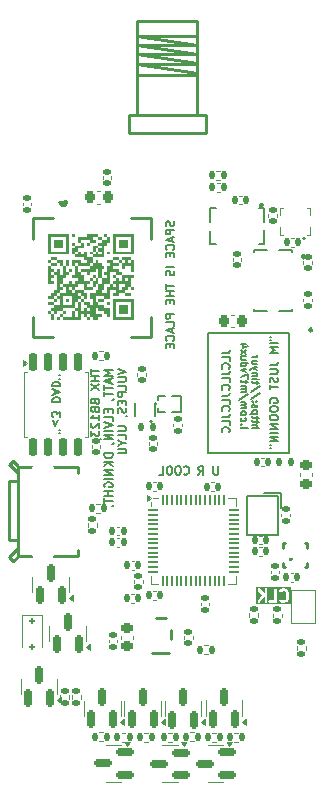
<source format=gbr>
%TF.GenerationSoftware,KiCad,Pcbnew,8.0.0*%
%TF.CreationDate,2024-04-01T12:03:42-07:00*%
%TF.ProjectId,lyrav3r1,6c797261-7633-4723-912e-6b696361645f,rev?*%
%TF.SameCoordinates,Original*%
%TF.FileFunction,Legend,Bot*%
%TF.FilePolarity,Positive*%
%FSLAX46Y46*%
G04 Gerber Fmt 4.6, Leading zero omitted, Abs format (unit mm)*
G04 Created by KiCad (PCBNEW 8.0.0) date 2024-04-01 12:03:42*
%MOMM*%
%LPD*%
G01*
G04 APERTURE LIST*
G04 Aperture macros list*
%AMRoundRect*
0 Rectangle with rounded corners*
0 $1 Rounding radius*
0 $2 $3 $4 $5 $6 $7 $8 $9 X,Y pos of 4 corners*
0 Add a 4 corners polygon primitive as box body*
4,1,4,$2,$3,$4,$5,$6,$7,$8,$9,$2,$3,0*
0 Add four circle primitives for the rounded corners*
1,1,$1+$1,$2,$3*
1,1,$1+$1,$4,$5*
1,1,$1+$1,$6,$7*
1,1,$1+$1,$8,$9*
0 Add four rect primitives between the rounded corners*
20,1,$1+$1,$2,$3,$4,$5,0*
20,1,$1+$1,$4,$5,$6,$7,0*
20,1,$1+$1,$6,$7,$8,$9,0*
20,1,$1+$1,$8,$9,$2,$3,0*%
G04 Aperture macros list end*
%ADD10C,0.250000*%
%ADD11C,0.175000*%
%ADD12C,0.150000*%
%ADD13C,0.120000*%
%ADD14C,0.400000*%
%ADD15C,0.200000*%
%ADD16C,0.100000*%
%ADD17C,0.140000*%
%ADD18C,0.000000*%
%ADD19C,5.600000*%
%ADD20R,2.000000X2.000000*%
%ADD21C,2.000000*%
%ADD22R,2.200000X2.200000*%
%ADD23C,2.200000*%
%ADD24C,1.800000*%
%ADD25RoundRect,0.140000X0.170000X-0.140000X0.170000X0.140000X-0.170000X0.140000X-0.170000X-0.140000X0*%
%ADD26RoundRect,0.135000X-0.135000X-0.185000X0.135000X-0.185000X0.135000X0.185000X-0.135000X0.185000X0*%
%ADD27RoundRect,0.140000X-0.170000X0.140000X-0.170000X-0.140000X0.170000X-0.140000X0.170000X0.140000X0*%
%ADD28RoundRect,0.135000X0.185000X-0.135000X0.185000X0.135000X-0.185000X0.135000X-0.185000X-0.135000X0*%
%ADD29RoundRect,0.140000X-0.140000X-0.170000X0.140000X-0.170000X0.140000X0.170000X-0.140000X0.170000X0*%
%ADD30RoundRect,0.140000X0.140000X0.170000X-0.140000X0.170000X-0.140000X-0.170000X0.140000X-0.170000X0*%
%ADD31RoundRect,0.135000X-0.185000X0.135000X-0.185000X-0.135000X0.185000X-0.135000X0.185000X0.135000X0*%
%ADD32RoundRect,0.150000X0.150000X-0.587500X0.150000X0.587500X-0.150000X0.587500X-0.150000X-0.587500X0*%
%ADD33RoundRect,0.135000X0.135000X0.185000X-0.135000X0.185000X-0.135000X-0.185000X0.135000X-0.185000X0*%
%ADD34R,0.500000X0.300000*%
%ADD35R,0.300000X0.500000*%
%ADD36RoundRect,0.150000X-0.150000X0.650000X-0.150000X-0.650000X0.150000X-0.650000X0.150000X0.650000X0*%
%ADD37RoundRect,0.150000X0.587500X0.150000X-0.587500X0.150000X-0.587500X-0.150000X0.587500X-0.150000X0*%
%ADD38RoundRect,0.125000X-0.125000X0.125000X-0.125000X-0.125000X0.125000X-0.125000X0.125000X0.125000X0*%
%ADD39R,0.800000X1.500000*%
%ADD40R,1.500000X0.800000*%
%ADD41R,0.800000X1.000000*%
%ADD42RoundRect,0.050000X-0.050000X0.387500X-0.050000X-0.387500X0.050000X-0.387500X0.050000X0.387500X0*%
%ADD43RoundRect,0.050000X-0.387500X0.050000X-0.387500X-0.050000X0.387500X-0.050000X0.387500X0.050000X0*%
%ADD44R,3.200000X3.200000*%
%ADD45RoundRect,0.225000X-0.250000X0.225000X-0.250000X-0.225000X0.250000X-0.225000X0.250000X0.225000X0*%
%ADD46RoundRect,0.147500X0.147500X0.172500X-0.147500X0.172500X-0.147500X-0.172500X0.147500X-0.172500X0*%
%ADD47RoundRect,0.225000X-0.225000X-0.250000X0.225000X-0.250000X0.225000X0.250000X-0.225000X0.250000X0*%
%ADD48R,0.250000X0.800000*%
%ADD49R,0.800000X0.250000*%
%ADD50R,1.500000X1.000000*%
%ADD51R,0.280000X0.580000*%
%ADD52R,1.600000X0.400000*%
%ADD53O,1.400000X1.200000*%
%ADD54O,1.900000X1.200000*%
%ADD55O,1.770000X0.450000*%
%ADD56R,0.600000X1.550000*%
%ADD57R,1.200000X5.000000*%
%ADD58R,1.400000X5.000000*%
%ADD59RoundRect,0.225000X0.225000X0.250000X-0.225000X0.250000X-0.225000X-0.250000X0.225000X-0.250000X0*%
%ADD60R,1.000000X0.600000*%
%ADD61RoundRect,0.147500X-0.147500X-0.172500X0.147500X-0.172500X0.147500X0.172500X-0.147500X0.172500X0*%
%ADD62R,0.280000X0.500000*%
%ADD63R,0.500000X0.280000*%
%ADD64R,0.500000X0.320000*%
%ADD65R,0.250000X0.520000*%
%ADD66R,0.420000X0.320000*%
%ADD67R,1.450000X0.850000*%
G04 APERTURE END LIST*
D10*
G36*
X22949450Y15125981D02*
G01*
X20021064Y15125981D01*
X20021064Y15382784D01*
X20146064Y15382784D01*
X20152962Y15334501D01*
X20177811Y15292534D01*
X20216829Y15263271D01*
X20264076Y15251166D01*
X20312359Y15258064D01*
X20354326Y15282913D01*
X20370879Y15300981D01*
X20712952Y15760183D01*
X20718764Y15754405D01*
X20719709Y15351595D01*
X20738373Y15306535D01*
X20772861Y15272047D01*
X20817921Y15253383D01*
X20866693Y15253383D01*
X20911753Y15272047D01*
X20946241Y15306535D01*
X20964905Y15351595D01*
X21053043Y15351595D01*
X21071707Y15306535D01*
X21106195Y15272047D01*
X21151255Y15253383D01*
X21175641Y15250981D01*
X21676217Y15253383D01*
X21721277Y15272047D01*
X21755765Y15306535D01*
X21774429Y15351595D01*
X21776831Y15375981D01*
X21776665Y15446835D01*
X21957805Y15446835D01*
X21976469Y15401775D01*
X21992014Y15382833D01*
X22028784Y15347938D01*
X22029273Y15346960D01*
X22035559Y15341509D01*
X22058574Y15319667D01*
X22062727Y15317947D01*
X22066119Y15315005D01*
X22088494Y15305015D01*
X22232290Y15259266D01*
X22246493Y15253383D01*
X22252703Y15252772D01*
X22255244Y15251963D01*
X22258535Y15252197D01*
X22270879Y15250981D01*
X22368098Y15252934D01*
X22381751Y15251963D01*
X22387753Y15253328D01*
X22390503Y15253383D01*
X22393554Y15254647D01*
X22405645Y15257396D01*
X22530714Y15301002D01*
X22533361Y15301002D01*
X22547435Y15306832D01*
X22570877Y15315005D01*
X22574269Y15317948D01*
X22578421Y15319667D01*
X22597363Y15335212D01*
X22691642Y15432384D01*
X22702961Y15442200D01*
X22706275Y15447465D01*
X22708146Y15449393D01*
X22709410Y15452445D01*
X22716015Y15462937D01*
X22758708Y15552391D01*
X22764854Y15560685D01*
X22771367Y15578916D01*
X22772392Y15581061D01*
X22772455Y15581961D01*
X22773099Y15583760D01*
X22817069Y15768149D01*
X22822048Y15780167D01*
X22823534Y15795257D01*
X22824302Y15798476D01*
X22824030Y15800299D01*
X22824450Y15804553D01*
X22822486Y15941284D01*
X22824302Y15953487D01*
X22822096Y15968403D01*
X22822048Y15971796D01*
X22821343Y15973498D01*
X22820718Y15977727D01*
X22773215Y16159316D01*
X22772392Y16170902D01*
X22765414Y16189136D01*
X22764854Y16191278D01*
X22764317Y16192003D01*
X22763634Y16193788D01*
X22713548Y16289525D01*
X22708145Y16302570D01*
X22704225Y16307347D01*
X22702961Y16309763D01*
X22700466Y16311927D01*
X22692600Y16321512D01*
X22608828Y16402792D01*
X22607723Y16405002D01*
X22596671Y16414587D01*
X22578420Y16432295D01*
X22574270Y16434014D01*
X22570877Y16436957D01*
X22548502Y16446948D01*
X22404706Y16492696D01*
X22390503Y16498579D01*
X22384291Y16499191D01*
X22381751Y16499999D01*
X22378460Y16499766D01*
X22366117Y16500981D01*
X22268896Y16499029D01*
X22255244Y16499999D01*
X22249241Y16498635D01*
X22246493Y16498579D01*
X22243443Y16497316D01*
X22231350Y16494566D01*
X22106282Y16450960D01*
X22103635Y16450960D01*
X22089561Y16445131D01*
X22066119Y16436957D01*
X22062726Y16434015D01*
X22058575Y16432295D01*
X22039633Y16416750D01*
X21976470Y16350189D01*
X21957805Y16305130D01*
X21957805Y16256356D01*
X21976470Y16211297D01*
X22010957Y16176810D01*
X22056016Y16158145D01*
X22104790Y16158145D01*
X22149849Y16176810D01*
X22168791Y16192355D01*
X22194112Y16219039D01*
X22286637Y16251298D01*
X22342247Y16252415D01*
X22439729Y16221401D01*
X22499776Y16163140D01*
X22532277Y16101014D01*
X22574565Y15939361D01*
X22576186Y15826503D01*
X22537695Y15665094D01*
X22504516Y15595574D01*
X22444164Y15533371D01*
X22350358Y15500665D01*
X22294750Y15499548D01*
X22196622Y15530768D01*
X22149850Y15575153D01*
X22104791Y15593818D01*
X22056018Y15593818D01*
X22010958Y15575154D01*
X21976470Y15540667D01*
X21957805Y15495608D01*
X21957805Y15446835D01*
X21776665Y15446835D01*
X21774429Y16400367D01*
X21755765Y16445427D01*
X21721277Y16479915D01*
X21676217Y16498579D01*
X21627445Y16498579D01*
X21582385Y16479915D01*
X21547897Y16445427D01*
X21529233Y16400367D01*
X21526831Y16375981D01*
X21528884Y15500392D01*
X21151255Y15498579D01*
X21106195Y15479915D01*
X21071707Y15445427D01*
X21053043Y15400367D01*
X21053043Y15351595D01*
X20964905Y15351595D01*
X20967307Y15375981D01*
X20964905Y16400367D01*
X20946241Y16445427D01*
X20911753Y16479915D01*
X20866693Y16498579D01*
X20817921Y16498579D01*
X20772861Y16479915D01*
X20738373Y16445427D01*
X20719709Y16400367D01*
X20717307Y16375981D01*
X20717943Y16104469D01*
X20340325Y16479914D01*
X20295266Y16498579D01*
X20246492Y16498579D01*
X20201433Y16479914D01*
X20166946Y16445427D01*
X20148281Y16400368D01*
X20148281Y16351594D01*
X20166946Y16306535D01*
X20182491Y16287593D01*
X20535522Y15936593D01*
X20158169Y15430031D01*
X20146064Y15382784D01*
X20021064Y15382784D01*
X20021064Y16625981D01*
X22949450Y16625981D01*
X22949450Y15125981D01*
G37*
D11*
X13020300Y47554936D02*
X13053633Y47454936D01*
X13053633Y47454936D02*
X13053633Y47288269D01*
X13053633Y47288269D02*
X13020300Y47221603D01*
X13020300Y47221603D02*
X12986966Y47188269D01*
X12986966Y47188269D02*
X12920300Y47154936D01*
X12920300Y47154936D02*
X12853633Y47154936D01*
X12853633Y47154936D02*
X12786966Y47188269D01*
X12786966Y47188269D02*
X12753633Y47221603D01*
X12753633Y47221603D02*
X12720300Y47288269D01*
X12720300Y47288269D02*
X12686966Y47421603D01*
X12686966Y47421603D02*
X12653633Y47488269D01*
X12653633Y47488269D02*
X12620300Y47521603D01*
X12620300Y47521603D02*
X12553633Y47554936D01*
X12553633Y47554936D02*
X12486966Y47554936D01*
X12486966Y47554936D02*
X12420300Y47521603D01*
X12420300Y47521603D02*
X12386966Y47488269D01*
X12386966Y47488269D02*
X12353633Y47421603D01*
X12353633Y47421603D02*
X12353633Y47254936D01*
X12353633Y47254936D02*
X12386966Y47154936D01*
X13053633Y46854936D02*
X12353633Y46854936D01*
X12353633Y46854936D02*
X12353633Y46588269D01*
X12353633Y46588269D02*
X12386966Y46521602D01*
X12386966Y46521602D02*
X12420300Y46488269D01*
X12420300Y46488269D02*
X12486966Y46454936D01*
X12486966Y46454936D02*
X12586966Y46454936D01*
X12586966Y46454936D02*
X12653633Y46488269D01*
X12653633Y46488269D02*
X12686966Y46521602D01*
X12686966Y46521602D02*
X12720300Y46588269D01*
X12720300Y46588269D02*
X12720300Y46854936D01*
X12853633Y46188269D02*
X12853633Y45854936D01*
X13053633Y46254936D02*
X12353633Y46021602D01*
X12353633Y46021602D02*
X13053633Y45788269D01*
X12986966Y45154936D02*
X13020300Y45188269D01*
X13020300Y45188269D02*
X13053633Y45288269D01*
X13053633Y45288269D02*
X13053633Y45354936D01*
X13053633Y45354936D02*
X13020300Y45454936D01*
X13020300Y45454936D02*
X12953633Y45521602D01*
X12953633Y45521602D02*
X12886966Y45554936D01*
X12886966Y45554936D02*
X12753633Y45588269D01*
X12753633Y45588269D02*
X12653633Y45588269D01*
X12653633Y45588269D02*
X12520300Y45554936D01*
X12520300Y45554936D02*
X12453633Y45521602D01*
X12453633Y45521602D02*
X12386966Y45454936D01*
X12386966Y45454936D02*
X12353633Y45354936D01*
X12353633Y45354936D02*
X12353633Y45288269D01*
X12353633Y45288269D02*
X12386966Y45188269D01*
X12386966Y45188269D02*
X12420300Y45154936D01*
X12686966Y44854936D02*
X12686966Y44621602D01*
X13053633Y44521602D02*
X13053633Y44854936D01*
X13053633Y44854936D02*
X12353633Y44854936D01*
X12353633Y44854936D02*
X12353633Y44521602D01*
X13053633Y43688270D02*
X12353633Y43688270D01*
X13020300Y43388270D02*
X13053633Y43288270D01*
X13053633Y43288270D02*
X13053633Y43121603D01*
X13053633Y43121603D02*
X13020300Y43054937D01*
X13020300Y43054937D02*
X12986966Y43021603D01*
X12986966Y43021603D02*
X12920300Y42988270D01*
X12920300Y42988270D02*
X12853633Y42988270D01*
X12853633Y42988270D02*
X12786966Y43021603D01*
X12786966Y43021603D02*
X12753633Y43054937D01*
X12753633Y43054937D02*
X12720300Y43121603D01*
X12720300Y43121603D02*
X12686966Y43254937D01*
X12686966Y43254937D02*
X12653633Y43321603D01*
X12653633Y43321603D02*
X12620300Y43354937D01*
X12620300Y43354937D02*
X12553633Y43388270D01*
X12553633Y43388270D02*
X12486966Y43388270D01*
X12486966Y43388270D02*
X12420300Y43354937D01*
X12420300Y43354937D02*
X12386966Y43321603D01*
X12386966Y43321603D02*
X12353633Y43254937D01*
X12353633Y43254937D02*
X12353633Y43088270D01*
X12353633Y43088270D02*
X12386966Y42988270D01*
X12353633Y42254937D02*
X12353633Y41854937D01*
X13053633Y42054937D02*
X12353633Y42054937D01*
X13053633Y41621604D02*
X12353633Y41621604D01*
X12686966Y41621604D02*
X12686966Y41221604D01*
X13053633Y41221604D02*
X12353633Y41221604D01*
X12686966Y40888271D02*
X12686966Y40654937D01*
X13053633Y40554937D02*
X13053633Y40888271D01*
X13053633Y40888271D02*
X12353633Y40888271D01*
X12353633Y40888271D02*
X12353633Y40554937D01*
X13053633Y39721605D02*
X12353633Y39721605D01*
X12353633Y39721605D02*
X12353633Y39454938D01*
X12353633Y39454938D02*
X12386966Y39388271D01*
X12386966Y39388271D02*
X12420300Y39354938D01*
X12420300Y39354938D02*
X12486966Y39321605D01*
X12486966Y39321605D02*
X12586966Y39321605D01*
X12586966Y39321605D02*
X12653633Y39354938D01*
X12653633Y39354938D02*
X12686966Y39388271D01*
X12686966Y39388271D02*
X12720300Y39454938D01*
X12720300Y39454938D02*
X12720300Y39721605D01*
X13053633Y38688271D02*
X13053633Y39021605D01*
X13053633Y39021605D02*
X12353633Y39021605D01*
X12853633Y38488271D02*
X12853633Y38154938D01*
X13053633Y38554938D02*
X12353633Y38321604D01*
X12353633Y38321604D02*
X13053633Y38088271D01*
X12986966Y37454938D02*
X13020300Y37488271D01*
X13020300Y37488271D02*
X13053633Y37588271D01*
X13053633Y37588271D02*
X13053633Y37654938D01*
X13053633Y37654938D02*
X13020300Y37754938D01*
X13020300Y37754938D02*
X12953633Y37821604D01*
X12953633Y37821604D02*
X12886966Y37854938D01*
X12886966Y37854938D02*
X12753633Y37888271D01*
X12753633Y37888271D02*
X12653633Y37888271D01*
X12653633Y37888271D02*
X12520300Y37854938D01*
X12520300Y37854938D02*
X12453633Y37821604D01*
X12453633Y37821604D02*
X12386966Y37754938D01*
X12386966Y37754938D02*
X12353633Y37654938D01*
X12353633Y37654938D02*
X12353633Y37588271D01*
X12353633Y37588271D02*
X12386966Y37488271D01*
X12386966Y37488271D02*
X12420300Y37454938D01*
X12686966Y37154938D02*
X12686966Y36921604D01*
X13053633Y36821604D02*
X13053633Y37154938D01*
X13053633Y37154938D02*
X12353633Y37154938D01*
X12353633Y37154938D02*
X12353633Y36821604D01*
X21142033Y37801336D02*
X21275366Y37801336D01*
X21142033Y37534669D02*
X21275366Y37534669D01*
X21842033Y37234670D02*
X21142033Y37234670D01*
X21842033Y36901337D02*
X21142033Y36901337D01*
X21142033Y36901337D02*
X21642033Y36668003D01*
X21642033Y36668003D02*
X21142033Y36434670D01*
X21142033Y36434670D02*
X21842033Y36434670D01*
X21142033Y35368004D02*
X21642033Y35368004D01*
X21642033Y35368004D02*
X21742033Y35401337D01*
X21742033Y35401337D02*
X21808700Y35468004D01*
X21808700Y35468004D02*
X21842033Y35568004D01*
X21842033Y35568004D02*
X21842033Y35634670D01*
X21142033Y35034671D02*
X21708700Y35034671D01*
X21708700Y35034671D02*
X21775366Y35001337D01*
X21775366Y35001337D02*
X21808700Y34968004D01*
X21808700Y34968004D02*
X21842033Y34901337D01*
X21842033Y34901337D02*
X21842033Y34768004D01*
X21842033Y34768004D02*
X21808700Y34701337D01*
X21808700Y34701337D02*
X21775366Y34668004D01*
X21775366Y34668004D02*
X21708700Y34634671D01*
X21708700Y34634671D02*
X21142033Y34634671D01*
X21808700Y34334671D02*
X21842033Y34234671D01*
X21842033Y34234671D02*
X21842033Y34068004D01*
X21842033Y34068004D02*
X21808700Y34001338D01*
X21808700Y34001338D02*
X21775366Y33968004D01*
X21775366Y33968004D02*
X21708700Y33934671D01*
X21708700Y33934671D02*
X21642033Y33934671D01*
X21642033Y33934671D02*
X21575366Y33968004D01*
X21575366Y33968004D02*
X21542033Y34001338D01*
X21542033Y34001338D02*
X21508700Y34068004D01*
X21508700Y34068004D02*
X21475366Y34201338D01*
X21475366Y34201338D02*
X21442033Y34268004D01*
X21442033Y34268004D02*
X21408700Y34301338D01*
X21408700Y34301338D02*
X21342033Y34334671D01*
X21342033Y34334671D02*
X21275366Y34334671D01*
X21275366Y34334671D02*
X21208700Y34301338D01*
X21208700Y34301338D02*
X21175366Y34268004D01*
X21175366Y34268004D02*
X21142033Y34201338D01*
X21142033Y34201338D02*
X21142033Y34034671D01*
X21142033Y34034671D02*
X21175366Y33934671D01*
X21142033Y33734671D02*
X21142033Y33334671D01*
X21842033Y33534671D02*
X21142033Y33534671D01*
X21175366Y32201338D02*
X21142033Y32268005D01*
X21142033Y32268005D02*
X21142033Y32368005D01*
X21142033Y32368005D02*
X21175366Y32468005D01*
X21175366Y32468005D02*
X21242033Y32534671D01*
X21242033Y32534671D02*
X21308700Y32568005D01*
X21308700Y32568005D02*
X21442033Y32601338D01*
X21442033Y32601338D02*
X21542033Y32601338D01*
X21542033Y32601338D02*
X21675366Y32568005D01*
X21675366Y32568005D02*
X21742033Y32534671D01*
X21742033Y32534671D02*
X21808700Y32468005D01*
X21808700Y32468005D02*
X21842033Y32368005D01*
X21842033Y32368005D02*
X21842033Y32301338D01*
X21842033Y32301338D02*
X21808700Y32201338D01*
X21808700Y32201338D02*
X21775366Y32168005D01*
X21775366Y32168005D02*
X21542033Y32168005D01*
X21542033Y32168005D02*
X21542033Y32301338D01*
X21142033Y31734671D02*
X21142033Y31601338D01*
X21142033Y31601338D02*
X21175366Y31534671D01*
X21175366Y31534671D02*
X21242033Y31468005D01*
X21242033Y31468005D02*
X21375366Y31434671D01*
X21375366Y31434671D02*
X21608700Y31434671D01*
X21608700Y31434671D02*
X21742033Y31468005D01*
X21742033Y31468005D02*
X21808700Y31534671D01*
X21808700Y31534671D02*
X21842033Y31601338D01*
X21842033Y31601338D02*
X21842033Y31734671D01*
X21842033Y31734671D02*
X21808700Y31801338D01*
X21808700Y31801338D02*
X21742033Y31868005D01*
X21742033Y31868005D02*
X21608700Y31901338D01*
X21608700Y31901338D02*
X21375366Y31901338D01*
X21375366Y31901338D02*
X21242033Y31868005D01*
X21242033Y31868005D02*
X21175366Y31801338D01*
X21175366Y31801338D02*
X21142033Y31734671D01*
X21142033Y31001338D02*
X21142033Y30868005D01*
X21142033Y30868005D02*
X21175366Y30801338D01*
X21175366Y30801338D02*
X21242033Y30734672D01*
X21242033Y30734672D02*
X21375366Y30701338D01*
X21375366Y30701338D02*
X21608700Y30701338D01*
X21608700Y30701338D02*
X21742033Y30734672D01*
X21742033Y30734672D02*
X21808700Y30801338D01*
X21808700Y30801338D02*
X21842033Y30868005D01*
X21842033Y30868005D02*
X21842033Y31001338D01*
X21842033Y31001338D02*
X21808700Y31068005D01*
X21808700Y31068005D02*
X21742033Y31134672D01*
X21742033Y31134672D02*
X21608700Y31168005D01*
X21608700Y31168005D02*
X21375366Y31168005D01*
X21375366Y31168005D02*
X21242033Y31134672D01*
X21242033Y31134672D02*
X21175366Y31068005D01*
X21175366Y31068005D02*
X21142033Y31001338D01*
X21842033Y30401339D02*
X21142033Y30401339D01*
X21142033Y30401339D02*
X21842033Y30001339D01*
X21842033Y30001339D02*
X21142033Y30001339D01*
X21842033Y29668006D02*
X21142033Y29668006D01*
X21842033Y29334673D02*
X21142033Y29334673D01*
X21142033Y29334673D02*
X21842033Y28934673D01*
X21842033Y28934673D02*
X21142033Y28934673D01*
X21142033Y28634673D02*
X21275366Y28634673D01*
X21142033Y28368006D02*
X21275366Y28368006D01*
D12*
X19681994Y30061742D02*
X20281994Y30061742D01*
X19681994Y30318884D02*
X19996280Y30318884D01*
X19996280Y30318884D02*
X20053423Y30290313D01*
X20053423Y30290313D02*
X20081994Y30233170D01*
X20081994Y30233170D02*
X20081994Y30147456D01*
X20081994Y30147456D02*
X20053423Y30090313D01*
X20053423Y30090313D02*
X20024851Y30061742D01*
X20081994Y30518884D02*
X20081994Y30747456D01*
X20281994Y30604599D02*
X19767708Y30604599D01*
X19767708Y30604599D02*
X19710566Y30633170D01*
X19710566Y30633170D02*
X19681994Y30690313D01*
X19681994Y30690313D02*
X19681994Y30747456D01*
X20081994Y30861741D02*
X20081994Y31090313D01*
X20281994Y30947456D02*
X19767708Y30947456D01*
X19767708Y30947456D02*
X19710566Y30976027D01*
X19710566Y30976027D02*
X19681994Y31033170D01*
X19681994Y31033170D02*
X19681994Y31090313D01*
X20081994Y31290313D02*
X19481994Y31290313D01*
X20053423Y31290313D02*
X20081994Y31347455D01*
X20081994Y31347455D02*
X20081994Y31461741D01*
X20081994Y31461741D02*
X20053423Y31518884D01*
X20053423Y31518884D02*
X20024851Y31547455D01*
X20024851Y31547455D02*
X19967708Y31576027D01*
X19967708Y31576027D02*
X19796280Y31576027D01*
X19796280Y31576027D02*
X19739137Y31547455D01*
X19739137Y31547455D02*
X19710566Y31518884D01*
X19710566Y31518884D02*
X19681994Y31461741D01*
X19681994Y31461741D02*
X19681994Y31347455D01*
X19681994Y31347455D02*
X19710566Y31290313D01*
X19710566Y31804598D02*
X19681994Y31861741D01*
X19681994Y31861741D02*
X19681994Y31976027D01*
X19681994Y31976027D02*
X19710566Y32033170D01*
X19710566Y32033170D02*
X19767708Y32061741D01*
X19767708Y32061741D02*
X19796280Y32061741D01*
X19796280Y32061741D02*
X19853423Y32033170D01*
X19853423Y32033170D02*
X19881994Y31976027D01*
X19881994Y31976027D02*
X19881994Y31890312D01*
X19881994Y31890312D02*
X19910566Y31833170D01*
X19910566Y31833170D02*
X19967708Y31804598D01*
X19967708Y31804598D02*
X19996280Y31804598D01*
X19996280Y31804598D02*
X20053423Y31833170D01*
X20053423Y31833170D02*
X20081994Y31890312D01*
X20081994Y31890312D02*
X20081994Y31976027D01*
X20081994Y31976027D02*
X20053423Y32033170D01*
X19739137Y32318884D02*
X19710566Y32347455D01*
X19710566Y32347455D02*
X19681994Y32318884D01*
X19681994Y32318884D02*
X19710566Y32290312D01*
X19710566Y32290312D02*
X19739137Y32318884D01*
X19739137Y32318884D02*
X19681994Y32318884D01*
X20053423Y32318884D02*
X20024851Y32347455D01*
X20024851Y32347455D02*
X19996280Y32318884D01*
X19996280Y32318884D02*
X20024851Y32290312D01*
X20024851Y32290312D02*
X20053423Y32318884D01*
X20053423Y32318884D02*
X19996280Y32318884D01*
X20310566Y33033169D02*
X19539137Y32518883D01*
X20310566Y33661740D02*
X19539137Y33147454D01*
X20081994Y33776025D02*
X20081994Y34004597D01*
X20281994Y33861740D02*
X19767708Y33861740D01*
X19767708Y33861740D02*
X19710566Y33890311D01*
X19710566Y33890311D02*
X19681994Y33947454D01*
X19681994Y33947454D02*
X19681994Y34004597D01*
X19681994Y34204597D02*
X20081994Y34204597D01*
X20281994Y34204597D02*
X20253423Y34176025D01*
X20253423Y34176025D02*
X20224851Y34204597D01*
X20224851Y34204597D02*
X20253423Y34233168D01*
X20253423Y34233168D02*
X20281994Y34204597D01*
X20281994Y34204597D02*
X20224851Y34204597D01*
X20081994Y34490311D02*
X19681994Y34490311D01*
X20024851Y34490311D02*
X20053423Y34518882D01*
X20053423Y34518882D02*
X20081994Y34576025D01*
X20081994Y34576025D02*
X20081994Y34661739D01*
X20081994Y34661739D02*
X20053423Y34718882D01*
X20053423Y34718882D02*
X19996280Y34747453D01*
X19996280Y34747453D02*
X19681994Y34747453D01*
X20081994Y34976025D02*
X19681994Y35118882D01*
X20081994Y35261739D02*
X19681994Y35118882D01*
X19681994Y35118882D02*
X19539137Y35061739D01*
X19539137Y35061739D02*
X19510566Y35033168D01*
X19510566Y35033168D02*
X19481994Y34976025D01*
X20081994Y35747453D02*
X19681994Y35747453D01*
X20081994Y35490311D02*
X19767708Y35490311D01*
X19767708Y35490311D02*
X19710566Y35518882D01*
X19710566Y35518882D02*
X19681994Y35576025D01*
X19681994Y35576025D02*
X19681994Y35661739D01*
X19681994Y35661739D02*
X19710566Y35718882D01*
X19710566Y35718882D02*
X19739137Y35747453D01*
X19681994Y36033168D02*
X20081994Y36033168D01*
X19967708Y36033168D02*
X20024851Y36061739D01*
X20024851Y36061739D02*
X20053423Y36090310D01*
X20053423Y36090310D02*
X20081994Y36147453D01*
X20081994Y36147453D02*
X20081994Y36204596D01*
X18716028Y30147456D02*
X18744600Y30090313D01*
X18744600Y30090313D02*
X18801742Y30061742D01*
X18801742Y30061742D02*
X19316028Y30061742D01*
X18773171Y30376028D02*
X18744600Y30404599D01*
X18744600Y30404599D02*
X18716028Y30376028D01*
X18716028Y30376028D02*
X18744600Y30347456D01*
X18744600Y30347456D02*
X18773171Y30376028D01*
X18773171Y30376028D02*
X18716028Y30376028D01*
X18744600Y30918884D02*
X18716028Y30861742D01*
X18716028Y30861742D02*
X18716028Y30747456D01*
X18716028Y30747456D02*
X18744600Y30690313D01*
X18744600Y30690313D02*
X18773171Y30661742D01*
X18773171Y30661742D02*
X18830314Y30633170D01*
X18830314Y30633170D02*
X19001742Y30633170D01*
X19001742Y30633170D02*
X19058885Y30661742D01*
X19058885Y30661742D02*
X19087457Y30690313D01*
X19087457Y30690313D02*
X19116028Y30747456D01*
X19116028Y30747456D02*
X19116028Y30861742D01*
X19116028Y30861742D02*
X19087457Y30918884D01*
X18716028Y31261742D02*
X18744600Y31204599D01*
X18744600Y31204599D02*
X18773171Y31176028D01*
X18773171Y31176028D02*
X18830314Y31147456D01*
X18830314Y31147456D02*
X19001742Y31147456D01*
X19001742Y31147456D02*
X19058885Y31176028D01*
X19058885Y31176028D02*
X19087457Y31204599D01*
X19087457Y31204599D02*
X19116028Y31261742D01*
X19116028Y31261742D02*
X19116028Y31347456D01*
X19116028Y31347456D02*
X19087457Y31404599D01*
X19087457Y31404599D02*
X19058885Y31433170D01*
X19058885Y31433170D02*
X19001742Y31461742D01*
X19001742Y31461742D02*
X18830314Y31461742D01*
X18830314Y31461742D02*
X18773171Y31433170D01*
X18773171Y31433170D02*
X18744600Y31404599D01*
X18744600Y31404599D02*
X18716028Y31347456D01*
X18716028Y31347456D02*
X18716028Y31261742D01*
X18716028Y31718885D02*
X19116028Y31718885D01*
X19058885Y31718885D02*
X19087457Y31747456D01*
X19087457Y31747456D02*
X19116028Y31804599D01*
X19116028Y31804599D02*
X19116028Y31890313D01*
X19116028Y31890313D02*
X19087457Y31947456D01*
X19087457Y31947456D02*
X19030314Y31976027D01*
X19030314Y31976027D02*
X18716028Y31976027D01*
X19030314Y31976027D02*
X19087457Y32004599D01*
X19087457Y32004599D02*
X19116028Y32061742D01*
X19116028Y32061742D02*
X19116028Y32147456D01*
X19116028Y32147456D02*
X19087457Y32204599D01*
X19087457Y32204599D02*
X19030314Y32233170D01*
X19030314Y32233170D02*
X18716028Y32233170D01*
X19344600Y32947456D02*
X18573171Y32433170D01*
X18716028Y33147456D02*
X19116028Y33147456D01*
X19058885Y33147456D02*
X19087457Y33176027D01*
X19087457Y33176027D02*
X19116028Y33233170D01*
X19116028Y33233170D02*
X19116028Y33318884D01*
X19116028Y33318884D02*
X19087457Y33376027D01*
X19087457Y33376027D02*
X19030314Y33404598D01*
X19030314Y33404598D02*
X18716028Y33404598D01*
X19030314Y33404598D02*
X19087457Y33433170D01*
X19087457Y33433170D02*
X19116028Y33490313D01*
X19116028Y33490313D02*
X19116028Y33576027D01*
X19116028Y33576027D02*
X19087457Y33633170D01*
X19087457Y33633170D02*
X19030314Y33661741D01*
X19030314Y33661741D02*
X18716028Y33661741D01*
X19116028Y33861741D02*
X19116028Y34090313D01*
X19316028Y33947456D02*
X18801742Y33947456D01*
X18801742Y33947456D02*
X18744600Y33976027D01*
X18744600Y33976027D02*
X18716028Y34033170D01*
X18716028Y34033170D02*
X18716028Y34090313D01*
X19316028Y34233170D02*
X19316028Y34633170D01*
X19316028Y34633170D02*
X18716028Y34376027D01*
X19116028Y34804599D02*
X18716028Y34947456D01*
X18716028Y34947456D02*
X19116028Y35090313D01*
X18716028Y35576027D02*
X19316028Y35576027D01*
X18744600Y35576027D02*
X18716028Y35518885D01*
X18716028Y35518885D02*
X18716028Y35404599D01*
X18716028Y35404599D02*
X18744600Y35347456D01*
X18744600Y35347456D02*
X18773171Y35318885D01*
X18773171Y35318885D02*
X18830314Y35290313D01*
X18830314Y35290313D02*
X19001742Y35290313D01*
X19001742Y35290313D02*
X19058885Y35318885D01*
X19058885Y35318885D02*
X19087457Y35347456D01*
X19087457Y35347456D02*
X19116028Y35404599D01*
X19116028Y35404599D02*
X19116028Y35518885D01*
X19116028Y35518885D02*
X19087457Y35576027D01*
X19116028Y36118884D02*
X18716028Y36118884D01*
X19116028Y35861742D02*
X18801742Y35861742D01*
X18801742Y35861742D02*
X18744600Y35890313D01*
X18744600Y35890313D02*
X18716028Y35947456D01*
X18716028Y35947456D02*
X18716028Y36033170D01*
X18716028Y36033170D02*
X18744600Y36090313D01*
X18744600Y36090313D02*
X18773171Y36118884D01*
X18716028Y36347456D02*
X19116028Y36661741D01*
X19116028Y36347456D02*
X18716028Y36661741D01*
X19116028Y37147455D02*
X18716028Y37147455D01*
X19344600Y37004598D02*
X18916028Y36861741D01*
X18916028Y36861741D02*
X18916028Y37233170D01*
D11*
X16793743Y26819758D02*
X16793743Y26253091D01*
X16793743Y26253091D02*
X16760410Y26186425D01*
X16760410Y26186425D02*
X16727076Y26153091D01*
X16727076Y26153091D02*
X16660410Y26119758D01*
X16660410Y26119758D02*
X16527076Y26119758D01*
X16527076Y26119758D02*
X16460410Y26153091D01*
X16460410Y26153091D02*
X16427076Y26186425D01*
X16427076Y26186425D02*
X16393743Y26253091D01*
X16393743Y26253091D02*
X16393743Y26819758D01*
X15127077Y26119758D02*
X15360410Y26453091D01*
X15527077Y26119758D02*
X15527077Y26819758D01*
X15527077Y26819758D02*
X15260410Y26819758D01*
X15260410Y26819758D02*
X15193744Y26786425D01*
X15193744Y26786425D02*
X15160410Y26753091D01*
X15160410Y26753091D02*
X15127077Y26686425D01*
X15127077Y26686425D02*
X15127077Y26586425D01*
X15127077Y26586425D02*
X15160410Y26519758D01*
X15160410Y26519758D02*
X15193744Y26486425D01*
X15193744Y26486425D02*
X15260410Y26453091D01*
X15260410Y26453091D02*
X15527077Y26453091D01*
X13893744Y26186425D02*
X13927077Y26153091D01*
X13927077Y26153091D02*
X14027077Y26119758D01*
X14027077Y26119758D02*
X14093744Y26119758D01*
X14093744Y26119758D02*
X14193744Y26153091D01*
X14193744Y26153091D02*
X14260411Y26219758D01*
X14260411Y26219758D02*
X14293744Y26286425D01*
X14293744Y26286425D02*
X14327077Y26419758D01*
X14327077Y26419758D02*
X14327077Y26519758D01*
X14327077Y26519758D02*
X14293744Y26653091D01*
X14293744Y26653091D02*
X14260411Y26719758D01*
X14260411Y26719758D02*
X14193744Y26786425D01*
X14193744Y26786425D02*
X14093744Y26819758D01*
X14093744Y26819758D02*
X14027077Y26819758D01*
X14027077Y26819758D02*
X13927077Y26786425D01*
X13927077Y26786425D02*
X13893744Y26753091D01*
X13460411Y26819758D02*
X13327077Y26819758D01*
X13327077Y26819758D02*
X13260411Y26786425D01*
X13260411Y26786425D02*
X13193744Y26719758D01*
X13193744Y26719758D02*
X13160411Y26586425D01*
X13160411Y26586425D02*
X13160411Y26353091D01*
X13160411Y26353091D02*
X13193744Y26219758D01*
X13193744Y26219758D02*
X13260411Y26153091D01*
X13260411Y26153091D02*
X13327077Y26119758D01*
X13327077Y26119758D02*
X13460411Y26119758D01*
X13460411Y26119758D02*
X13527077Y26153091D01*
X13527077Y26153091D02*
X13593744Y26219758D01*
X13593744Y26219758D02*
X13627077Y26353091D01*
X13627077Y26353091D02*
X13627077Y26586425D01*
X13627077Y26586425D02*
X13593744Y26719758D01*
X13593744Y26719758D02*
X13527077Y26786425D01*
X13527077Y26786425D02*
X13460411Y26819758D01*
X12727078Y26819758D02*
X12593744Y26819758D01*
X12593744Y26819758D02*
X12527078Y26786425D01*
X12527078Y26786425D02*
X12460411Y26719758D01*
X12460411Y26719758D02*
X12427078Y26586425D01*
X12427078Y26586425D02*
X12427078Y26353091D01*
X12427078Y26353091D02*
X12460411Y26219758D01*
X12460411Y26219758D02*
X12527078Y26153091D01*
X12527078Y26153091D02*
X12593744Y26119758D01*
X12593744Y26119758D02*
X12727078Y26119758D01*
X12727078Y26119758D02*
X12793744Y26153091D01*
X12793744Y26153091D02*
X12860411Y26219758D01*
X12860411Y26219758D02*
X12893744Y26353091D01*
X12893744Y26353091D02*
X12893744Y26586425D01*
X12893744Y26586425D02*
X12860411Y26719758D01*
X12860411Y26719758D02*
X12793744Y26786425D01*
X12793744Y26786425D02*
X12727078Y26819758D01*
X11793745Y26119758D02*
X12127078Y26119758D01*
X12127078Y26119758D02*
X12127078Y26819758D01*
X6035711Y35074003D02*
X6035711Y34674003D01*
X6735711Y34874003D02*
X6035711Y34874003D01*
X6735711Y34440670D02*
X6035711Y34440670D01*
X6369044Y34440670D02*
X6369044Y34040670D01*
X6735711Y34040670D02*
X6035711Y34040670D01*
X6035711Y33774003D02*
X6735711Y33307337D01*
X6035711Y33307337D02*
X6735711Y33774003D01*
X6369044Y32274003D02*
X6402378Y32174003D01*
X6402378Y32174003D02*
X6435711Y32140670D01*
X6435711Y32140670D02*
X6502378Y32107337D01*
X6502378Y32107337D02*
X6602378Y32107337D01*
X6602378Y32107337D02*
X6669044Y32140670D01*
X6669044Y32140670D02*
X6702378Y32174003D01*
X6702378Y32174003D02*
X6735711Y32240670D01*
X6735711Y32240670D02*
X6735711Y32507337D01*
X6735711Y32507337D02*
X6035711Y32507337D01*
X6035711Y32507337D02*
X6035711Y32274003D01*
X6035711Y32274003D02*
X6069044Y32207337D01*
X6069044Y32207337D02*
X6102378Y32174003D01*
X6102378Y32174003D02*
X6169044Y32140670D01*
X6169044Y32140670D02*
X6235711Y32140670D01*
X6235711Y32140670D02*
X6302378Y32174003D01*
X6302378Y32174003D02*
X6335711Y32207337D01*
X6335711Y32207337D02*
X6369044Y32274003D01*
X6369044Y32274003D02*
X6369044Y32507337D01*
X6369044Y31574003D02*
X6402378Y31474003D01*
X6402378Y31474003D02*
X6435711Y31440670D01*
X6435711Y31440670D02*
X6502378Y31407337D01*
X6502378Y31407337D02*
X6602378Y31407337D01*
X6602378Y31407337D02*
X6669044Y31440670D01*
X6669044Y31440670D02*
X6702378Y31474003D01*
X6702378Y31474003D02*
X6735711Y31540670D01*
X6735711Y31540670D02*
X6735711Y31807337D01*
X6735711Y31807337D02*
X6035711Y31807337D01*
X6035711Y31807337D02*
X6035711Y31574003D01*
X6035711Y31574003D02*
X6069044Y31507337D01*
X6069044Y31507337D02*
X6102378Y31474003D01*
X6102378Y31474003D02*
X6169044Y31440670D01*
X6169044Y31440670D02*
X6235711Y31440670D01*
X6235711Y31440670D02*
X6302378Y31474003D01*
X6302378Y31474003D02*
X6335711Y31507337D01*
X6335711Y31507337D02*
X6369044Y31574003D01*
X6369044Y31574003D02*
X6369044Y31807337D01*
X6735711Y30740670D02*
X6735711Y31140670D01*
X6735711Y30940670D02*
X6035711Y30940670D01*
X6035711Y30940670D02*
X6135711Y31007337D01*
X6135711Y31007337D02*
X6202378Y31074003D01*
X6202378Y31074003D02*
X6235711Y31140670D01*
X6102378Y30474003D02*
X6069044Y30440670D01*
X6069044Y30440670D02*
X6035711Y30374003D01*
X6035711Y30374003D02*
X6035711Y30207336D01*
X6035711Y30207336D02*
X6069044Y30140670D01*
X6069044Y30140670D02*
X6102378Y30107336D01*
X6102378Y30107336D02*
X6169044Y30074003D01*
X6169044Y30074003D02*
X6235711Y30074003D01*
X6235711Y30074003D02*
X6335711Y30107336D01*
X6335711Y30107336D02*
X6735711Y30507336D01*
X6735711Y30507336D02*
X6735711Y30074003D01*
X6035711Y29840669D02*
X6035711Y29407336D01*
X6035711Y29407336D02*
X6302378Y29640669D01*
X6302378Y29640669D02*
X6302378Y29540669D01*
X6302378Y29540669D02*
X6335711Y29474003D01*
X6335711Y29474003D02*
X6369044Y29440669D01*
X6369044Y29440669D02*
X6435711Y29407336D01*
X6435711Y29407336D02*
X6602378Y29407336D01*
X6602378Y29407336D02*
X6669044Y29440669D01*
X6669044Y29440669D02*
X6702378Y29474003D01*
X6702378Y29474003D02*
X6735711Y29540669D01*
X6735711Y29540669D02*
X6735711Y29740669D01*
X6735711Y29740669D02*
X6702378Y29807336D01*
X6702378Y29807336D02*
X6669044Y29840669D01*
X6702378Y29074002D02*
X6735711Y29074002D01*
X6735711Y29074002D02*
X6802378Y29107336D01*
X6802378Y29107336D02*
X6835711Y29140669D01*
X7862672Y34974003D02*
X7162672Y34974003D01*
X7162672Y34974003D02*
X7662672Y34740669D01*
X7662672Y34740669D02*
X7162672Y34507336D01*
X7162672Y34507336D02*
X7862672Y34507336D01*
X7662672Y34207336D02*
X7662672Y33874003D01*
X7862672Y34274003D02*
X7162672Y34040669D01*
X7162672Y34040669D02*
X7862672Y33807336D01*
X7162672Y33674003D02*
X7162672Y33274003D01*
X7862672Y33474003D02*
X7162672Y33474003D01*
X7162672Y33140670D02*
X7162672Y32740670D01*
X7862672Y32940670D02*
X7162672Y32940670D01*
X7829339Y32474003D02*
X7862672Y32474003D01*
X7862672Y32474003D02*
X7929339Y32507337D01*
X7929339Y32507337D02*
X7962672Y32540670D01*
X7496005Y31640671D02*
X7496005Y31407337D01*
X7862672Y31307337D02*
X7862672Y31640671D01*
X7862672Y31640671D02*
X7162672Y31640671D01*
X7162672Y31640671D02*
X7162672Y31307337D01*
X7862672Y30674004D02*
X7862672Y31007338D01*
X7862672Y31007338D02*
X7162672Y31007338D01*
X7162672Y30540671D02*
X7862672Y30307337D01*
X7862672Y30307337D02*
X7162672Y30074004D01*
X7862672Y29840671D02*
X7162672Y29840671D01*
X7862672Y29507338D02*
X7162672Y29507338D01*
X7162672Y29507338D02*
X7862672Y29107338D01*
X7862672Y29107338D02*
X7162672Y29107338D01*
X7829339Y28740671D02*
X7862672Y28740671D01*
X7862672Y28740671D02*
X7929339Y28774005D01*
X7929339Y28774005D02*
X7962672Y28807338D01*
X7862672Y27907339D02*
X7162672Y27907339D01*
X7162672Y27907339D02*
X7162672Y27740672D01*
X7162672Y27740672D02*
X7196005Y27640672D01*
X7196005Y27640672D02*
X7262672Y27574005D01*
X7262672Y27574005D02*
X7329339Y27540672D01*
X7329339Y27540672D02*
X7462672Y27507339D01*
X7462672Y27507339D02*
X7562672Y27507339D01*
X7562672Y27507339D02*
X7696005Y27540672D01*
X7696005Y27540672D02*
X7762672Y27574005D01*
X7762672Y27574005D02*
X7829339Y27640672D01*
X7829339Y27640672D02*
X7862672Y27740672D01*
X7862672Y27740672D02*
X7862672Y27907339D01*
X7862672Y27207339D02*
X7162672Y27207339D01*
X7862672Y26807339D02*
X7462672Y27107339D01*
X7162672Y26807339D02*
X7562672Y27207339D01*
X7862672Y26507339D02*
X7162672Y26507339D01*
X7162672Y26507339D02*
X7862672Y26107339D01*
X7862672Y26107339D02*
X7162672Y26107339D01*
X7862672Y25774006D02*
X7162672Y25774006D01*
X7196005Y25074006D02*
X7162672Y25140673D01*
X7162672Y25140673D02*
X7162672Y25240673D01*
X7162672Y25240673D02*
X7196005Y25340673D01*
X7196005Y25340673D02*
X7262672Y25407339D01*
X7262672Y25407339D02*
X7329339Y25440673D01*
X7329339Y25440673D02*
X7462672Y25474006D01*
X7462672Y25474006D02*
X7562672Y25474006D01*
X7562672Y25474006D02*
X7696005Y25440673D01*
X7696005Y25440673D02*
X7762672Y25407339D01*
X7762672Y25407339D02*
X7829339Y25340673D01*
X7829339Y25340673D02*
X7862672Y25240673D01*
X7862672Y25240673D02*
X7862672Y25174006D01*
X7862672Y25174006D02*
X7829339Y25074006D01*
X7829339Y25074006D02*
X7796005Y25040673D01*
X7796005Y25040673D02*
X7562672Y25040673D01*
X7562672Y25040673D02*
X7562672Y25174006D01*
X7862672Y24740673D02*
X7162672Y24740673D01*
X7496005Y24740673D02*
X7496005Y24340673D01*
X7862672Y24340673D02*
X7162672Y24340673D01*
X7162672Y24107340D02*
X7162672Y23707340D01*
X7862672Y23907340D02*
X7162672Y23907340D01*
X7829339Y23440673D02*
X7862672Y23440673D01*
X7862672Y23440673D02*
X7929339Y23474007D01*
X7929339Y23474007D02*
X7962672Y23507340D01*
X8289633Y35074003D02*
X8989633Y34840669D01*
X8989633Y34840669D02*
X8289633Y34607336D01*
X8289633Y34374003D02*
X8856300Y34374003D01*
X8856300Y34374003D02*
X8922966Y34340669D01*
X8922966Y34340669D02*
X8956300Y34307336D01*
X8956300Y34307336D02*
X8989633Y34240669D01*
X8989633Y34240669D02*
X8989633Y34107336D01*
X8989633Y34107336D02*
X8956300Y34040669D01*
X8956300Y34040669D02*
X8922966Y34007336D01*
X8922966Y34007336D02*
X8856300Y33974003D01*
X8856300Y33974003D02*
X8289633Y33974003D01*
X8989633Y33307336D02*
X8989633Y33640670D01*
X8989633Y33640670D02*
X8289633Y33640670D01*
X8989633Y33074003D02*
X8289633Y33074003D01*
X8289633Y33074003D02*
X8289633Y32807336D01*
X8289633Y32807336D02*
X8322966Y32740669D01*
X8322966Y32740669D02*
X8356300Y32707336D01*
X8356300Y32707336D02*
X8422966Y32674003D01*
X8422966Y32674003D02*
X8522966Y32674003D01*
X8522966Y32674003D02*
X8589633Y32707336D01*
X8589633Y32707336D02*
X8622966Y32740669D01*
X8622966Y32740669D02*
X8656300Y32807336D01*
X8656300Y32807336D02*
X8656300Y33074003D01*
X8622966Y32374003D02*
X8622966Y32140669D01*
X8989633Y32040669D02*
X8989633Y32374003D01*
X8989633Y32374003D02*
X8289633Y32374003D01*
X8289633Y32374003D02*
X8289633Y32040669D01*
X8956300Y31774003D02*
X8989633Y31674003D01*
X8989633Y31674003D02*
X8989633Y31507336D01*
X8989633Y31507336D02*
X8956300Y31440670D01*
X8956300Y31440670D02*
X8922966Y31407336D01*
X8922966Y31407336D02*
X8856300Y31374003D01*
X8856300Y31374003D02*
X8789633Y31374003D01*
X8789633Y31374003D02*
X8722966Y31407336D01*
X8722966Y31407336D02*
X8689633Y31440670D01*
X8689633Y31440670D02*
X8656300Y31507336D01*
X8656300Y31507336D02*
X8622966Y31640670D01*
X8622966Y31640670D02*
X8589633Y31707336D01*
X8589633Y31707336D02*
X8556300Y31740670D01*
X8556300Y31740670D02*
X8489633Y31774003D01*
X8489633Y31774003D02*
X8422966Y31774003D01*
X8422966Y31774003D02*
X8356300Y31740670D01*
X8356300Y31740670D02*
X8322966Y31707336D01*
X8322966Y31707336D02*
X8289633Y31640670D01*
X8289633Y31640670D02*
X8289633Y31474003D01*
X8289633Y31474003D02*
X8322966Y31374003D01*
X8956300Y31040669D02*
X8989633Y31040669D01*
X8989633Y31040669D02*
X9056300Y31074003D01*
X9056300Y31074003D02*
X9089633Y31107336D01*
X8289633Y30207337D02*
X8856300Y30207337D01*
X8856300Y30207337D02*
X8922966Y30174003D01*
X8922966Y30174003D02*
X8956300Y30140670D01*
X8956300Y30140670D02*
X8989633Y30074003D01*
X8989633Y30074003D02*
X8989633Y29940670D01*
X8989633Y29940670D02*
X8956300Y29874003D01*
X8956300Y29874003D02*
X8922966Y29840670D01*
X8922966Y29840670D02*
X8856300Y29807337D01*
X8856300Y29807337D02*
X8289633Y29807337D01*
X8989633Y29140670D02*
X8989633Y29474004D01*
X8989633Y29474004D02*
X8289633Y29474004D01*
X8656300Y28774003D02*
X8989633Y28774003D01*
X8289633Y29007337D02*
X8656300Y28774003D01*
X8656300Y28774003D02*
X8289633Y28540670D01*
X8289633Y28307337D02*
X8856300Y28307337D01*
X8856300Y28307337D02*
X8922966Y28274003D01*
X8922966Y28274003D02*
X8956300Y28240670D01*
X8956300Y28240670D02*
X8989633Y28174003D01*
X8989633Y28174003D02*
X8989633Y28040670D01*
X8989633Y28040670D02*
X8956300Y27974003D01*
X8956300Y27974003D02*
X8922966Y27940670D01*
X8922966Y27940670D02*
X8856300Y27907337D01*
X8856300Y27907337D02*
X8289633Y27907337D01*
X17078033Y36399603D02*
X17578033Y36399603D01*
X17578033Y36399603D02*
X17678033Y36432936D01*
X17678033Y36432936D02*
X17744700Y36499603D01*
X17744700Y36499603D02*
X17778033Y36599603D01*
X17778033Y36599603D02*
X17778033Y36666269D01*
X17778033Y35732936D02*
X17778033Y36066270D01*
X17778033Y36066270D02*
X17078033Y36066270D01*
X17711366Y35099603D02*
X17744700Y35132936D01*
X17744700Y35132936D02*
X17778033Y35232936D01*
X17778033Y35232936D02*
X17778033Y35299603D01*
X17778033Y35299603D02*
X17744700Y35399603D01*
X17744700Y35399603D02*
X17678033Y35466269D01*
X17678033Y35466269D02*
X17611366Y35499603D01*
X17611366Y35499603D02*
X17478033Y35532936D01*
X17478033Y35532936D02*
X17378033Y35532936D01*
X17378033Y35532936D02*
X17244700Y35499603D01*
X17244700Y35499603D02*
X17178033Y35466269D01*
X17178033Y35466269D02*
X17111366Y35399603D01*
X17111366Y35399603D02*
X17078033Y35299603D01*
X17078033Y35299603D02*
X17078033Y35232936D01*
X17078033Y35232936D02*
X17111366Y35132936D01*
X17111366Y35132936D02*
X17144700Y35099603D01*
X17078033Y34599603D02*
X17578033Y34599603D01*
X17578033Y34599603D02*
X17678033Y34632936D01*
X17678033Y34632936D02*
X17744700Y34699603D01*
X17744700Y34699603D02*
X17778033Y34799603D01*
X17778033Y34799603D02*
X17778033Y34866269D01*
X17778033Y33932936D02*
X17778033Y34266270D01*
X17778033Y34266270D02*
X17078033Y34266270D01*
X17711366Y33299603D02*
X17744700Y33332936D01*
X17744700Y33332936D02*
X17778033Y33432936D01*
X17778033Y33432936D02*
X17778033Y33499603D01*
X17778033Y33499603D02*
X17744700Y33599603D01*
X17744700Y33599603D02*
X17678033Y33666269D01*
X17678033Y33666269D02*
X17611366Y33699603D01*
X17611366Y33699603D02*
X17478033Y33732936D01*
X17478033Y33732936D02*
X17378033Y33732936D01*
X17378033Y33732936D02*
X17244700Y33699603D01*
X17244700Y33699603D02*
X17178033Y33666269D01*
X17178033Y33666269D02*
X17111366Y33599603D01*
X17111366Y33599603D02*
X17078033Y33499603D01*
X17078033Y33499603D02*
X17078033Y33432936D01*
X17078033Y33432936D02*
X17111366Y33332936D01*
X17111366Y33332936D02*
X17144700Y33299603D01*
X17078033Y32799603D02*
X17578033Y32799603D01*
X17578033Y32799603D02*
X17678033Y32832936D01*
X17678033Y32832936D02*
X17744700Y32899603D01*
X17744700Y32899603D02*
X17778033Y32999603D01*
X17778033Y32999603D02*
X17778033Y33066269D01*
X17778033Y32132936D02*
X17778033Y32466270D01*
X17778033Y32466270D02*
X17078033Y32466270D01*
X17711366Y31499603D02*
X17744700Y31532936D01*
X17744700Y31532936D02*
X17778033Y31632936D01*
X17778033Y31632936D02*
X17778033Y31699603D01*
X17778033Y31699603D02*
X17744700Y31799603D01*
X17744700Y31799603D02*
X17678033Y31866269D01*
X17678033Y31866269D02*
X17611366Y31899603D01*
X17611366Y31899603D02*
X17478033Y31932936D01*
X17478033Y31932936D02*
X17378033Y31932936D01*
X17378033Y31932936D02*
X17244700Y31899603D01*
X17244700Y31899603D02*
X17178033Y31866269D01*
X17178033Y31866269D02*
X17111366Y31799603D01*
X17111366Y31799603D02*
X17078033Y31699603D01*
X17078033Y31699603D02*
X17078033Y31632936D01*
X17078033Y31632936D02*
X17111366Y31532936D01*
X17111366Y31532936D02*
X17144700Y31499603D01*
X17078033Y30999603D02*
X17578033Y30999603D01*
X17578033Y30999603D02*
X17678033Y31032936D01*
X17678033Y31032936D02*
X17744700Y31099603D01*
X17744700Y31099603D02*
X17778033Y31199603D01*
X17778033Y31199603D02*
X17778033Y31266269D01*
X17778033Y30332936D02*
X17778033Y30666270D01*
X17778033Y30666270D02*
X17078033Y30666270D01*
X17711366Y29699603D02*
X17744700Y29732936D01*
X17744700Y29732936D02*
X17778033Y29832936D01*
X17778033Y29832936D02*
X17778033Y29899603D01*
X17778033Y29899603D02*
X17744700Y29999603D01*
X17744700Y29999603D02*
X17678033Y30066269D01*
X17678033Y30066269D02*
X17611366Y30099603D01*
X17611366Y30099603D02*
X17478033Y30132936D01*
X17478033Y30132936D02*
X17378033Y30132936D01*
X17378033Y30132936D02*
X17244700Y30099603D01*
X17244700Y30099603D02*
X17178033Y30066269D01*
X17178033Y30066269D02*
X17111366Y29999603D01*
X17111366Y29999603D02*
X17078033Y29899603D01*
X17078033Y29899603D02*
X17078033Y29832936D01*
X17078033Y29832936D02*
X17111366Y29732936D01*
X17111366Y29732936D02*
X17144700Y29699603D01*
X3443157Y29645924D02*
X3309824Y29645924D01*
X3443157Y29912590D02*
X3309824Y29912590D01*
X3209824Y30745923D02*
X3009824Y30212590D01*
X3009824Y30212590D02*
X2809824Y30745923D01*
X3443157Y31012590D02*
X3443157Y31445924D01*
X3443157Y31445924D02*
X3176491Y31212590D01*
X3176491Y31212590D02*
X3176491Y31312590D01*
X3176491Y31312590D02*
X3143157Y31379257D01*
X3143157Y31379257D02*
X3109824Y31412590D01*
X3109824Y31412590D02*
X3043157Y31445924D01*
X3043157Y31445924D02*
X2876491Y31445924D01*
X2876491Y31445924D02*
X2809824Y31412590D01*
X2809824Y31412590D02*
X2776491Y31379257D01*
X2776491Y31379257D02*
X2743157Y31312590D01*
X2743157Y31312590D02*
X2743157Y31112590D01*
X2743157Y31112590D02*
X2776491Y31045924D01*
X2776491Y31045924D02*
X2809824Y31012590D01*
X2743157Y32279257D02*
X3443157Y32279257D01*
X3443157Y32279257D02*
X3443157Y32445924D01*
X3443157Y32445924D02*
X3409824Y32545924D01*
X3409824Y32545924D02*
X3343157Y32612590D01*
X3343157Y32612590D02*
X3276491Y32645924D01*
X3276491Y32645924D02*
X3143157Y32679257D01*
X3143157Y32679257D02*
X3043157Y32679257D01*
X3043157Y32679257D02*
X2909824Y32645924D01*
X2909824Y32645924D02*
X2843157Y32612590D01*
X2843157Y32612590D02*
X2776491Y32545924D01*
X2776491Y32545924D02*
X2743157Y32445924D01*
X2743157Y32445924D02*
X2743157Y32279257D01*
X2943157Y32945924D02*
X2943157Y33279257D01*
X2743157Y32879257D02*
X3443157Y33112590D01*
X3443157Y33112590D02*
X2743157Y33345924D01*
X2743157Y33579257D02*
X3443157Y33579257D01*
X3443157Y33579257D02*
X3443157Y33745924D01*
X3443157Y33745924D02*
X3409824Y33845924D01*
X3409824Y33845924D02*
X3343157Y33912590D01*
X3343157Y33912590D02*
X3276491Y33945924D01*
X3276491Y33945924D02*
X3143157Y33979257D01*
X3143157Y33979257D02*
X3043157Y33979257D01*
X3043157Y33979257D02*
X2909824Y33945924D01*
X2909824Y33945924D02*
X2843157Y33912590D01*
X2843157Y33912590D02*
X2776491Y33845924D01*
X2776491Y33845924D02*
X2743157Y33745924D01*
X2743157Y33745924D02*
X2743157Y33579257D01*
X3443157Y34245924D02*
X3309824Y34245924D01*
X3443157Y34512590D02*
X3309824Y34512590D01*
D13*
%TO.C,C10*%
X240800Y49130436D02*
X240800Y48914764D01*
X960800Y49130436D02*
X960800Y48914764D01*
%TO.C,R7*%
X16602041Y4266800D02*
X16294759Y4266800D01*
X16602041Y3506800D02*
X16294759Y3506800D01*
%TO.C,C29*%
X7025200Y51149964D02*
X7025200Y51365636D01*
X7745200Y51149964D02*
X7745200Y51365636D01*
%TO.C,R18*%
X5758000Y21998241D02*
X5758000Y21690959D01*
X6518000Y21998241D02*
X6518000Y21690959D01*
%TO.C,C3*%
X9649436Y16007000D02*
X9433764Y16007000D01*
X9649436Y15287000D02*
X9433764Y15287000D01*
%TO.C,C18*%
X9459164Y18801000D02*
X9674836Y18801000D01*
X9459164Y18081000D02*
X9674836Y18081000D01*
%TO.C,R28*%
X19423200Y14087859D02*
X19423200Y14395141D01*
X20183200Y14087859D02*
X20183200Y14395141D01*
%TO.C,Q4*%
X15728600Y6993700D02*
X15728600Y6343700D01*
X15728600Y5693700D02*
X15728600Y6343700D01*
X18848600Y6993700D02*
X18848600Y6343700D01*
X18848600Y5693700D02*
X18848600Y6343700D01*
X19128600Y4941200D02*
X18798600Y5181200D01*
X19128600Y5421200D01*
X19128600Y4941200D01*
G36*
X19128600Y4941200D02*
G01*
X18798600Y5181200D01*
X19128600Y5421200D01*
X19128600Y4941200D01*
G37*
%TO.C,Q1*%
X2510400Y13322900D02*
X2510400Y12672900D01*
X2510400Y12022900D02*
X2510400Y12672900D01*
X5630400Y13322900D02*
X5630400Y12672900D01*
X5630400Y12022900D02*
X5630400Y12672900D01*
X5910400Y11270400D02*
X5580400Y11510400D01*
X5910400Y11750400D01*
X5910400Y11270400D01*
G36*
X5910400Y11270400D02*
G01*
X5580400Y11510400D01*
X5910400Y11750400D01*
X5910400Y11270400D01*
G37*
%TO.C,R2*%
X4386400Y7111359D02*
X4386400Y7418641D01*
X5146400Y7111359D02*
X5146400Y7418641D01*
%TO.C,R13*%
X16652359Y51841000D02*
X16959641Y51841000D01*
X16652359Y51081000D02*
X16959641Y51081000D01*
%TO.C,R3*%
X21404400Y14346941D02*
X21404400Y14039659D01*
X22164400Y14346941D02*
X22164400Y14039659D01*
%TO.C,C24*%
X16405836Y25455800D02*
X16190164Y25455800D01*
X16405836Y24735800D02*
X16190164Y24735800D01*
%TO.C,C1*%
X18020800Y44241164D02*
X18020800Y44456836D01*
X18740800Y44241164D02*
X18740800Y44456836D01*
%TO.C,R9*%
X8625959Y4266800D02*
X8933241Y4266800D01*
X8625959Y3506800D02*
X8933241Y3506800D01*
%TO.C,Q9*%
X5418400Y6972900D02*
X5418400Y6322900D01*
X5418400Y5672900D02*
X5418400Y6322900D01*
X8538400Y6972900D02*
X8538400Y6322900D01*
X8538400Y5672900D02*
X8538400Y6322900D01*
X8818400Y4920400D02*
X8488400Y5160400D01*
X8818400Y5400400D01*
X8818400Y4920400D01*
G36*
X8818400Y4920400D02*
G01*
X8488400Y5160400D01*
X8818400Y5400400D01*
X8818400Y4920400D01*
G37*
%TO.C,C12*%
X23134236Y17785000D02*
X22918564Y17785000D01*
X23134236Y17065000D02*
X22918564Y17065000D01*
D10*
%TO.C,U3*%
X22285800Y20299200D02*
X22425800Y20299200D01*
X22285800Y19909200D02*
X22285800Y20299200D01*
X22285800Y18259200D02*
X22285800Y18649200D01*
X22425800Y18259200D02*
X22285800Y18259200D01*
X24185800Y20299200D02*
X24315800Y20299200D01*
X24315800Y20299200D02*
X24315800Y19909200D01*
X24315800Y18649200D02*
X24315800Y18259200D01*
X24315800Y18259200D02*
X24185800Y18259200D01*
X23005800Y18949200D02*
G75*
G02*
X22885800Y18949200I-60000J0D01*
G01*
X22885800Y18949200D02*
G75*
G02*
X23005800Y18949200I60000J0D01*
G01*
D13*
%TO.C,R15*%
X6748841Y23647000D02*
X6441559Y23647000D01*
X6748841Y22887000D02*
X6441559Y22887000D01*
%TO.C,U9*%
X314200Y34780400D02*
X314200Y32055400D01*
X314200Y29330400D02*
X314200Y32055400D01*
X574200Y34780400D02*
X314200Y34780400D01*
X574200Y29330400D02*
X314200Y29330400D01*
X5504200Y34780400D02*
X5764200Y34780400D01*
X5504200Y29330400D02*
X5764200Y29330400D01*
X5764200Y34780400D02*
X5764200Y32055400D01*
X5764200Y29330400D02*
X5764200Y32055400D01*
X574200Y35562900D02*
X244200Y35322900D01*
X244200Y35802900D01*
X574200Y35562900D01*
G36*
X574200Y35562900D02*
G01*
X244200Y35322900D01*
X244200Y35802900D01*
X574200Y35562900D01*
G37*
%TO.C,Q3*%
X12056400Y3195700D02*
X12706400Y3195700D01*
X12056400Y75700D02*
X12706400Y75700D01*
X13356400Y3195700D02*
X12706400Y3195700D01*
X13356400Y75700D02*
X12706400Y75700D01*
X13868900Y3145700D02*
X13628900Y3475700D01*
X14108900Y3475700D01*
X13868900Y3145700D01*
G36*
X13868900Y3145700D02*
G01*
X13628900Y3475700D01*
X14108900Y3475700D01*
X13868900Y3145700D01*
G37*
%TO.C,D1*%
X208000Y11549000D02*
X208000Y14209000D01*
X1908000Y14209000D02*
X208000Y14209000D01*
X1908000Y11549000D02*
X1908000Y14209000D01*
%TO.C,R16*%
X16654359Y50825000D02*
X16961641Y50825000D01*
X16654359Y50065000D02*
X16961641Y50065000D01*
%TO.C,C28*%
X9943600Y34487564D02*
X9943600Y34703236D01*
X10663600Y34487564D02*
X10663600Y34703236D01*
%TO.C,C21*%
X20469836Y20934600D02*
X20254164Y20934600D01*
X20469836Y20214600D02*
X20254164Y20214600D01*
%TO.C,R1*%
X23436400Y11584241D02*
X23436400Y11276959D01*
X24196400Y11584241D02*
X24196400Y11276959D01*
%TO.C,C33*%
X12991600Y30220364D02*
X12991600Y30436036D01*
X13711600Y30220364D02*
X13711600Y30436036D01*
%TO.C,C4*%
X21244000Y17751564D02*
X21244000Y17967236D01*
X21964000Y17751564D02*
X21964000Y17967236D01*
D10*
%TO.C,U1*%
X1087200Y47803400D02*
X1087200Y46103400D01*
X1087200Y47803400D02*
X2787200Y47803400D01*
X1087200Y37803400D02*
X1087200Y39503400D01*
X1087200Y37803400D02*
X2787200Y37803400D01*
X11087200Y47803400D02*
X9387200Y47803400D01*
X11087200Y47803400D02*
X11087200Y46103400D01*
X11087200Y37803400D02*
X9387200Y37803400D01*
X11087200Y37803400D02*
X11087200Y39503400D01*
D14*
X3877200Y49153400D02*
G75*
G02*
X3477200Y49153400I-200000J0D01*
G01*
X3477200Y49153400D02*
G75*
G02*
X3877200Y49153400I200000J0D01*
G01*
D13*
%TO.C,Q5*%
X8860400Y6972900D02*
X8860400Y6322900D01*
X8860400Y5672900D02*
X8860400Y6322900D01*
X11980400Y6972900D02*
X11980400Y6322900D01*
X11980400Y5672900D02*
X11980400Y6322900D01*
X12260400Y4920400D02*
X11930400Y5160400D01*
X12260400Y5400400D01*
X12260400Y4920400D01*
G36*
X12260400Y4920400D02*
G01*
X11930400Y5160400D01*
X12260400Y5400400D01*
X12260400Y4920400D01*
G37*
%TO.C,R6*%
X15920241Y11658200D02*
X15612959Y11658200D01*
X15920241Y10898200D02*
X15612959Y10898200D01*
%TO.C,R17*%
X18458241Y4266800D02*
X18150959Y4266800D01*
X18458241Y3506800D02*
X18150959Y3506800D01*
%TO.C,C23*%
X11313364Y16261000D02*
X11529036Y16261000D01*
X11313364Y15541000D02*
X11529036Y15541000D01*
D12*
%TO.C,X2*%
X19235200Y24307400D02*
X21895200Y24307400D01*
X19235200Y21007400D02*
X19235200Y24307400D01*
X21895200Y24307400D02*
X21895200Y24187400D01*
X21895200Y24187400D02*
X21895200Y21007400D01*
X21895200Y21007400D02*
X19235200Y21007400D01*
X22125200Y24547400D02*
X20665200Y24547400D01*
X22125200Y23287400D02*
X22125200Y24547400D01*
D13*
%TO.C,C14*%
X20457364Y27538600D02*
X20673036Y27538600D01*
X20457364Y26818600D02*
X20673036Y26818600D01*
%TO.C,C17*%
X8214564Y21696600D02*
X8430236Y21696600D01*
X8214564Y20976600D02*
X8430236Y20976600D01*
%TO.C,C2*%
X18577764Y49738200D02*
X18793436Y49738200D01*
X18577764Y49018200D02*
X18793436Y49018200D01*
%TO.C,C16*%
X20469836Y19969400D02*
X20254164Y19969400D01*
X20469836Y19249400D02*
X20254164Y19249400D01*
%TO.C,C15*%
X10908800Y28861236D02*
X10908800Y28645564D01*
X11628800Y28861236D02*
X11628800Y28645564D01*
%TO.C,U8*%
X11078400Y23816900D02*
X11078400Y23466900D01*
X11078400Y16896900D02*
X11078400Y17546900D01*
X11318400Y24116900D02*
X11728400Y24116900D01*
X11728400Y16896900D02*
X11078400Y16896900D01*
X17648400Y24116900D02*
X18298400Y24116900D01*
X17648400Y16896900D02*
X18298400Y16896900D01*
X18298400Y24116900D02*
X18298400Y23466900D01*
X18298400Y16896900D02*
X18298400Y17546900D01*
X11078400Y24116900D02*
X10748400Y23876900D01*
X10748400Y24356900D01*
X11078400Y24116900D01*
G36*
X11078400Y24116900D02*
G01*
X10748400Y23876900D01*
X10748400Y24356900D01*
X11078400Y24116900D01*
G37*
%TO.C,R8*%
X12846841Y4266800D02*
X12539559Y4266800D01*
X12846841Y3506800D02*
X12539559Y3506800D01*
%TO.C,R10*%
X14724441Y4292200D02*
X14417159Y4292200D01*
X14724441Y3532200D02*
X14417159Y3532200D01*
%TO.C,Q8*%
X70900Y8829400D02*
X70900Y8179400D01*
X70900Y7529400D02*
X70900Y8179400D01*
X3190900Y8829400D02*
X3190900Y8179400D01*
X3190900Y7529400D02*
X3190900Y8179400D01*
X3470900Y6776900D02*
X3140900Y7016900D01*
X3470900Y7256900D01*
X3470900Y6776900D01*
G36*
X3470900Y6776900D02*
G01*
X3140900Y7016900D01*
X3470900Y7256900D01*
X3470900Y6776900D01*
G37*
%TO.C,Q2*%
X12252700Y6970600D02*
X12252700Y6320600D01*
X12252700Y5670600D02*
X12252700Y6320600D01*
X15372700Y6970600D02*
X15372700Y6320600D01*
X15372700Y5670600D02*
X15372700Y6320600D01*
X15652700Y4918100D02*
X15322700Y5158100D01*
X15652700Y5398100D01*
X15652700Y4918100D01*
G36*
X15652700Y4918100D02*
G01*
X15322700Y5158100D01*
X15652700Y5398100D01*
X15652700Y4918100D01*
G37*
%TO.C,C34*%
X23700400Y25996620D02*
X23700400Y26277780D01*
X24720400Y25996620D02*
X24720400Y26277780D01*
%TO.C,C11*%
X6824380Y50091400D02*
X6543220Y50091400D01*
X6824380Y49071400D02*
X6543220Y49071400D01*
%TO.C,C7*%
X8574400Y12204420D02*
X8574400Y12485580D01*
X9594400Y12204420D02*
X9594400Y12485580D01*
D15*
%TO.C,U2*%
X16140900Y48673700D02*
X16260900Y48673700D01*
X16140900Y47523700D02*
X16140900Y48673700D01*
X16140900Y45623700D02*
X16140900Y46763700D01*
X16260900Y48673700D02*
X16590900Y48673700D01*
X16590900Y45623700D02*
X16140900Y45623700D01*
X20250900Y48673700D02*
X20710900Y48673700D01*
X20710900Y48673700D02*
X20710900Y47473700D01*
X20710900Y46813700D02*
X20710900Y45623700D01*
X20710900Y45623700D02*
X20250900Y45623700D01*
D10*
X20560900Y48923700D02*
G75*
G02*
X20340900Y48923700I-110000J0D01*
G01*
X20340900Y48923700D02*
G75*
G02*
X20560900Y48923700I110000J0D01*
G01*
D13*
%TO.C,J1*%
X22968800Y16376200D02*
X24968800Y16376200D01*
X22968800Y13576200D02*
X22968800Y16376200D01*
X24968800Y16376200D02*
X24968800Y13576200D01*
X24968800Y13576200D02*
X22968800Y13576200D01*
%TO.C,R12*%
X7053641Y4287600D02*
X6746359Y4287600D01*
X7053641Y3527600D02*
X6746359Y3527600D01*
%TO.C,C9*%
X21040800Y48165236D02*
X21040800Y47949564D01*
X21760800Y48165236D02*
X21760800Y47949564D01*
%TO.C,C13*%
X22135600Y22600364D02*
X22135600Y22816036D01*
X22855600Y22600364D02*
X22855600Y22816036D01*
%TO.C,Q6*%
X1063800Y17486900D02*
X1063800Y16836900D01*
X1063800Y16186900D02*
X1063800Y16836900D01*
X4183800Y17486900D02*
X4183800Y16836900D01*
X4183800Y16186900D02*
X4183800Y16836900D01*
X4463800Y15434400D02*
X4133800Y15674400D01*
X4463800Y15914400D01*
X4463800Y15434400D01*
G36*
X4463800Y15434400D02*
G01*
X4133800Y15674400D01*
X4463800Y15914400D01*
X4463800Y15434400D01*
G37*
D12*
%TO.C,U7*%
X9786400Y32215400D02*
X9786400Y31055400D01*
X11446400Y32215400D02*
X11446400Y31055400D01*
X11186400Y30625400D02*
G75*
G02*
X11046400Y30625400I-70000J0D01*
G01*
X11046400Y30625400D02*
G75*
G02*
X11186400Y30625400I70000J0D01*
G01*
D13*
%TO.C,C25*%
X11295464Y25480500D02*
X11511136Y25480500D01*
X11295464Y24760500D02*
X11511136Y24760500D01*
%TO.C,C19*%
X9678100Y16938764D02*
X9678100Y17154436D01*
X10398100Y16938764D02*
X10398100Y17154436D01*
%TO.C,C50*%
X24015200Y43987164D02*
X24015200Y44202836D01*
X24735200Y43987164D02*
X24735200Y44202836D01*
%TO.C,C8*%
X23185036Y46131400D02*
X22969364Y46131400D01*
X23185036Y45411400D02*
X22969364Y45411400D01*
D10*
%TO.C,J7*%
X-900300Y26913000D02*
X-570300Y27243000D01*
X-900300Y25613000D02*
X-900300Y20573000D01*
X-900300Y20573000D02*
X-170300Y20573000D01*
X-900300Y19153000D02*
X-900300Y19113000D01*
X-900300Y19113000D02*
X-570300Y18783000D01*
X-820300Y26913000D02*
X-900300Y26913000D01*
X-570300Y27243000D02*
X-170300Y26843000D01*
X-570300Y18783000D02*
X-170300Y19183000D01*
X-170300Y26843000D02*
X-170300Y26763000D01*
X-170300Y26763000D02*
X4949700Y26763000D01*
X-170300Y26263000D02*
X-820300Y26913000D01*
X-170300Y25613000D02*
X-900300Y25613000D01*
X-170300Y19883000D02*
X-900300Y19153000D01*
X-170300Y19263000D02*
X-170300Y26763000D01*
X-170300Y19183000D02*
X-170300Y19263000D01*
X4949700Y26763000D02*
X4949700Y26263000D01*
X4949700Y19763000D02*
X4949700Y19263000D01*
X4949700Y19263000D02*
X-170300Y19263000D01*
D13*
%TO.C,C26*%
X8214564Y20731400D02*
X8430236Y20731400D01*
X8214564Y20011400D02*
X8430236Y20011400D01*
D12*
%TO.C,U5*%
X19848800Y45151000D02*
X20888800Y45151000D01*
X19848800Y44981000D02*
X19848800Y45151000D01*
X19848800Y40161000D02*
X19848800Y39991000D01*
X19848800Y39991000D02*
X20888800Y39991000D01*
X23008800Y45151000D02*
X21968800Y45151000D01*
X23008800Y44981000D02*
X23008800Y45151000D01*
X23008800Y40161000D02*
X23008800Y39991000D01*
X23008800Y39991000D02*
X21968800Y39991000D01*
D10*
X24138800Y44571000D02*
G75*
G02*
X23898800Y44571000I-120000J0D01*
G01*
X23898800Y44571000D02*
G75*
G02*
X24138800Y44571000I120000J0D01*
G01*
%TO.C,AE3*%
X9250000Y56525000D02*
X9250000Y55025000D01*
X9250000Y55025000D02*
X15750000Y55025000D01*
X9320000Y56525000D02*
X15750000Y56525000D01*
X9940000Y64555000D02*
X9940000Y56525000D01*
X9940000Y63285000D02*
X15040000Y63285000D01*
X9940000Y62505000D02*
X15040000Y62505000D01*
X9940000Y61705000D02*
X15040000Y61705000D01*
X9940000Y60885000D02*
X15040000Y60885000D01*
X9940000Y59985000D02*
X15040000Y59985000D01*
X9960000Y64525000D02*
X15040000Y64525000D01*
X15040000Y64525000D02*
X15040000Y56525000D01*
X15040000Y62525000D02*
X9940000Y63285000D01*
X15040000Y61745000D02*
X9940000Y62505000D01*
X15040000Y60945000D02*
X9940000Y61705000D01*
X15040000Y60125000D02*
X9940000Y60885000D01*
X15750000Y56525000D02*
X15750000Y55025000D01*
D13*
%TO.C,C32*%
X24015200Y41002436D02*
X24015200Y40786764D01*
X24735200Y41002436D02*
X24735200Y40786764D01*
%TO.C,C20*%
X17884620Y39626600D02*
X18165780Y39626600D01*
X17884620Y38606600D02*
X18165780Y38606600D01*
%TO.C,C22*%
X15310500Y15055864D02*
X15310500Y15271536D01*
X16030500Y15055864D02*
X16030500Y15271536D01*
D10*
%TO.C,U6*%
X11229200Y11018200D02*
X12629200Y11018200D01*
X11509200Y13938200D02*
X12349200Y13938200D01*
X12819200Y12928200D02*
X12819200Y12168200D01*
D16*
%TO.C,U4*%
X22026400Y48705800D02*
X22276400Y48705800D01*
X22026400Y48075800D02*
X22026400Y48705800D01*
X22026400Y46425800D02*
X22026400Y47055800D01*
X22276400Y46425800D02*
X22026400Y46425800D01*
X24336400Y46425800D02*
X24566400Y46425800D01*
X24566400Y48705800D02*
X24306400Y48705800D01*
X24566400Y48075800D02*
X24566400Y48705800D01*
X24566400Y46425800D02*
X24566400Y47055800D01*
D12*
X24116400Y46105800D02*
G75*
G02*
X23976400Y46105800I-70000J0D01*
G01*
X23976400Y46105800D02*
G75*
G02*
X24116400Y46105800I70000J0D01*
G01*
%TO.C,FL1*%
X11730800Y32801700D02*
X12320800Y32801700D01*
X11730800Y32421700D02*
X11730800Y32801700D01*
X11730800Y31401700D02*
X11730800Y31781700D01*
X12320800Y31401700D02*
X11730800Y31401700D01*
X12910800Y32801700D02*
X13630800Y32801700D01*
X13630800Y32801700D02*
X13630800Y31401700D01*
X13630800Y31401700D02*
X12910800Y31401700D01*
D17*
X11590800Y32101700D02*
G75*
G02*
X11450800Y32101700I-70000J0D01*
G01*
X11450800Y32101700D02*
G75*
G02*
X11590800Y32101700I70000J0D01*
G01*
D13*
%TO.C,Q10*%
X7293700Y3221100D02*
X7943700Y3221100D01*
X7293700Y101100D02*
X7943700Y101100D01*
X8593700Y3221100D02*
X7943700Y3221100D01*
X8593700Y101100D02*
X7943700Y101100D01*
X9106200Y3171100D02*
X8866200Y3501100D01*
X9346200Y3501100D01*
X9106200Y3171100D01*
G36*
X9106200Y3171100D02*
G01*
X8866200Y3501100D01*
X9346200Y3501100D01*
X9106200Y3171100D01*
G37*
%TO.C,C6*%
X7528000Y11932364D02*
X7528000Y12148036D01*
X8248000Y11932364D02*
X8248000Y12148036D01*
D15*
%TO.C,IC1*%
X15975000Y38075000D02*
X22825000Y38075000D01*
X15975000Y27975000D02*
X15975000Y38075000D01*
X22825000Y38075000D02*
X22825000Y27975000D01*
X22825000Y27975000D02*
X15975000Y27975000D01*
D10*
X24750000Y38350000D02*
G75*
G02*
X24500000Y38350000I-125000J0D01*
G01*
X24500000Y38350000D02*
G75*
G02*
X24750000Y38350000I125000J0D01*
G01*
D13*
%TO.C,C27*%
X6082800Y28607236D02*
X6082800Y28391564D01*
X6802800Y28607236D02*
X6802800Y28391564D01*
%TO.C,R11*%
X10838241Y4262200D02*
X10530959Y4262200D01*
X10838241Y3502200D02*
X10530959Y3502200D01*
%TO.C,Q7*%
X15927400Y3214400D02*
X16577400Y3214400D01*
X15927400Y94400D02*
X16577400Y94400D01*
X17227400Y3214400D02*
X16577400Y3214400D01*
X17227400Y94400D02*
X16577400Y94400D01*
X17739900Y3164400D02*
X17499900Y3494400D01*
X17979900Y3494400D01*
X17739900Y3164400D01*
G36*
X17739900Y3164400D02*
G01*
X17499900Y3494400D01*
X17979900Y3494400D01*
X17739900Y3164400D01*
G37*
%TO.C,R14*%
X6695559Y36550200D02*
X7002841Y36550200D01*
X6695559Y35790200D02*
X7002841Y35790200D01*
D18*
%TO.C,G\u002A\u002A\u002A*%
G36*
X3650604Y45636195D02*
G01*
X3650604Y45261596D01*
X3276005Y45261596D01*
X2901405Y45261596D01*
X2901405Y45636195D01*
X2901405Y46010794D01*
X3276005Y46010794D01*
X3650604Y46010794D01*
X3650604Y45636195D01*
G37*
G36*
X3403296Y39366206D02*
G01*
X3403296Y39238915D01*
X3276005Y39238915D01*
X3148714Y39238915D01*
X3148714Y39366206D01*
X3148714Y39493497D01*
X3276005Y39493497D01*
X3403296Y39493497D01*
X3403296Y39366206D01*
G37*
G36*
X4152494Y40868240D02*
G01*
X4152494Y40744586D01*
X4028840Y40744586D01*
X3905186Y40744586D01*
X3905186Y40868240D01*
X3905186Y40991894D01*
X4028840Y40991894D01*
X4152494Y40991894D01*
X4152494Y40868240D01*
G37*
G36*
X4654384Y46385393D02*
G01*
X4654384Y46258102D01*
X4530730Y46258102D01*
X4407076Y46258102D01*
X4407076Y46385393D01*
X4407076Y46512684D01*
X4530730Y46512684D01*
X4654384Y46512684D01*
X4654384Y46385393D01*
G37*
G36*
X5410856Y40868240D02*
G01*
X5410856Y40744586D01*
X5283565Y40744586D01*
X5156274Y40744586D01*
X5156274Y40868240D01*
X5156274Y40991894D01*
X5283565Y40991894D01*
X5410856Y40991894D01*
X5410856Y40868240D01*
G37*
G36*
X5912746Y45636195D02*
G01*
X5912746Y45508904D01*
X5785455Y45508904D01*
X5658164Y45508904D01*
X5658164Y45636195D01*
X5658164Y45763486D01*
X5785455Y45763486D01*
X5912746Y45763486D01*
X5912746Y45636195D01*
G37*
G36*
X6160054Y44883360D02*
G01*
X6160054Y44759706D01*
X6036400Y44759706D01*
X5912746Y44759706D01*
X5912746Y44883360D01*
X5912746Y45007014D01*
X6036400Y45007014D01*
X6160054Y45007014D01*
X6160054Y44883360D01*
G37*
G36*
X7665724Y44883360D02*
G01*
X7665724Y44759706D01*
X7542070Y44759706D01*
X7418416Y44759706D01*
X7418416Y44883360D01*
X7418416Y45007014D01*
X7542070Y45007014D01*
X7665724Y45007014D01*
X7665724Y44883360D01*
G37*
G36*
X7665724Y40617295D02*
G01*
X7665724Y40490004D01*
X7542070Y40490004D01*
X7418416Y40490004D01*
X7418416Y40617295D01*
X7418416Y40744586D01*
X7542070Y40744586D01*
X7665724Y40744586D01*
X7665724Y40617295D01*
G37*
G36*
X8167614Y42875800D02*
G01*
X8167614Y42752146D01*
X8043960Y42752146D01*
X7920306Y42752146D01*
X7920306Y42875800D01*
X7920306Y42999454D01*
X8043960Y42999454D01*
X8167614Y42999454D01*
X8167614Y42875800D01*
G37*
G36*
X9171394Y45636195D02*
G01*
X9171394Y45261596D01*
X8796795Y45261596D01*
X8422196Y45261596D01*
X8422196Y45636195D01*
X8422196Y46010794D01*
X8796795Y46010794D01*
X9171394Y46010794D01*
X9171394Y45636195D01*
G37*
G36*
X9171394Y40115405D02*
G01*
X9171394Y39740805D01*
X8796795Y39740805D01*
X8422196Y39740805D01*
X8422196Y40115405D01*
X8422196Y40490004D01*
X8796795Y40490004D01*
X9171394Y40490004D01*
X9171394Y40115405D01*
G37*
G36*
X6661944Y45385250D02*
G01*
X6661944Y45261596D01*
X6538290Y45261596D01*
X6414636Y45261596D01*
X6414636Y45134305D01*
X6414636Y45007014D01*
X6287345Y45007014D01*
X6160054Y45007014D01*
X6160054Y45257959D01*
X6160054Y45508904D01*
X6410999Y45508904D01*
X6661944Y45508904D01*
X6661944Y45385250D01*
G37*
G36*
X2901405Y44003234D02*
G01*
X3148714Y44003234D01*
X3148714Y43879580D01*
X3148714Y43755926D01*
X2901405Y43755926D01*
X2654097Y43755926D01*
X2654097Y43879580D01*
X2654097Y44003234D01*
X2901405Y44003234D01*
G37*
G36*
X2654097Y44130525D02*
G01*
X2654097Y44003234D01*
X2526806Y44003234D01*
X2399515Y44003234D01*
X2399515Y44130525D01*
X2399515Y44257816D01*
X2526806Y44257816D01*
X2654097Y44257816D01*
X2654097Y44130525D01*
G37*
G36*
X4152494Y45636195D02*
G01*
X4152494Y44759706D01*
X3276005Y44759706D01*
X2399515Y44759706D01*
X2399515Y45007014D01*
X2646743Y45007014D01*
X3275964Y45007014D01*
X3905186Y45007014D01*
X3905186Y45636235D01*
X3905186Y46265457D01*
X3277823Y46263598D01*
X2650460Y46261739D01*
X2648602Y45634377D01*
X2646743Y45007014D01*
X2399515Y45007014D01*
X2399515Y45636195D01*
X2399515Y46512684D01*
X3276005Y46512684D01*
X4152494Y46512684D01*
X4152494Y46265457D01*
X4152494Y45636195D01*
G37*
G36*
X9673284Y44759706D02*
G01*
X8796795Y44759706D01*
X7920306Y44759706D01*
X7920306Y45007014D01*
X8167614Y45007014D01*
X8796835Y45007014D01*
X9426057Y45007014D01*
X9424198Y45634377D01*
X9422339Y46261739D01*
X8794977Y46263598D01*
X8167614Y46265457D01*
X8167614Y45636235D01*
X8167614Y45007014D01*
X7920306Y45007014D01*
X7920306Y45636195D01*
X7920306Y46512684D01*
X8796795Y46512684D01*
X9673284Y46512684D01*
X9673284Y45636195D01*
X9673284Y45007014D01*
X9673284Y44759706D01*
G37*
G36*
X6160054Y42624855D02*
G01*
X6160054Y42497564D01*
X6287345Y42497564D01*
X6414636Y42497564D01*
X6414636Y42624855D01*
X6414636Y42752146D01*
X6538290Y42752146D01*
X6661944Y42752146D01*
X6661944Y42501201D01*
X6661944Y42250256D01*
X6538290Y42250256D01*
X6414636Y42250256D01*
X6414636Y42122965D01*
X6414636Y41995674D01*
X6287345Y41995674D01*
X6160054Y41995674D01*
X6160054Y42246619D01*
X6160054Y42497564D01*
X6036400Y42497564D01*
X5912746Y42497564D01*
X5912746Y42624855D01*
X5912746Y42752146D01*
X6036400Y42752146D01*
X6160054Y42752146D01*
X6160054Y42624855D01*
G37*
G36*
X6414636Y42875800D02*
G01*
X6414636Y42752146D01*
X6287345Y42752146D01*
X6160054Y42752146D01*
X6160054Y42875800D01*
X6160054Y42999454D01*
X6287345Y42999454D01*
X6414636Y42999454D01*
X6414636Y42875800D01*
G37*
G36*
X9673284Y40115405D02*
G01*
X9673284Y39238915D01*
X8796795Y39238915D01*
X7920306Y39238915D01*
X7920306Y39486224D01*
X8167614Y39486224D01*
X8791946Y39486224D01*
X8863316Y39486255D01*
X8954293Y39486391D01*
X9040281Y39486625D01*
X9120218Y39486949D01*
X9193041Y39487357D01*
X9257689Y39487838D01*
X9313099Y39488386D01*
X9358210Y39488991D01*
X9391960Y39489646D01*
X9413286Y39490343D01*
X9421127Y39491073D01*
X9421681Y39495707D01*
X9422386Y39513831D01*
X9423052Y39544638D01*
X9423671Y39587066D01*
X9424233Y39640054D01*
X9424732Y39702539D01*
X9425158Y39773460D01*
X9425503Y39851753D01*
X9425760Y39936358D01*
X9425921Y40026212D01*
X9425976Y40120254D01*
X9425976Y40744586D01*
X8796795Y40744586D01*
X8167614Y40744586D01*
X8167614Y40115405D01*
X8167614Y39486224D01*
X7920306Y39486224D01*
X7920306Y40115405D01*
X7920306Y40991894D01*
X8796795Y40991894D01*
X9673284Y40991894D01*
X9673284Y40744586D01*
X9673284Y40115405D01*
G37*
G36*
X9171394Y44130525D02*
G01*
X9171394Y44003234D01*
X9295048Y44003234D01*
X9418702Y44003234D01*
X9418702Y44130525D01*
X9418702Y44257816D01*
X9545993Y44257816D01*
X9673284Y44257816D01*
X9673284Y43755926D01*
X9673284Y43254036D01*
X9545993Y43254036D01*
X9418702Y43254036D01*
X9418702Y43504981D01*
X9418702Y43755926D01*
X9171394Y43755926D01*
X8924086Y43755926D01*
X8924086Y43628635D01*
X8924086Y43501344D01*
X8796795Y43501344D01*
X8669504Y43501344D01*
X8669504Y43752289D01*
X8669504Y44003234D01*
X8796795Y44003234D01*
X8924086Y44003234D01*
X8924086Y44130525D01*
X8924086Y44257816D01*
X8796795Y44257816D01*
X8669504Y44257816D01*
X8669504Y44130525D01*
X8669504Y44003234D01*
X8545850Y44003234D01*
X8422196Y44003234D01*
X8422196Y43879580D01*
X8422196Y43755926D01*
X8171251Y43755926D01*
X7920306Y43755926D01*
X7920306Y43628635D01*
X7920306Y43501344D01*
X8171251Y43501344D01*
X8422196Y43501344D01*
X8422196Y43377690D01*
X8422196Y43254036D01*
X8545850Y43254036D01*
X8669504Y43254036D01*
X8669504Y43126745D01*
X8669504Y42999454D01*
X8418559Y42999454D01*
X8167614Y42999454D01*
X8167614Y43126745D01*
X8167614Y43254036D01*
X7916669Y43254036D01*
X7665724Y43254036D01*
X7665724Y42752146D01*
X7665724Y42250256D01*
X7414779Y42250256D01*
X7163834Y42250256D01*
X7163834Y41999311D01*
X7163834Y41748366D01*
X7040180Y41748366D01*
X6916526Y41748366D01*
X6916526Y41621075D01*
X6916526Y41493784D01*
X7167471Y41493784D01*
X7418416Y41493784D01*
X7418416Y41744729D01*
X7418416Y41995674D01*
X7542070Y41995674D01*
X7665724Y41995674D01*
X7665724Y42122965D01*
X7665724Y42250256D01*
X7793015Y42250256D01*
X7920306Y42250256D01*
X7920306Y42122965D01*
X7920306Y41995674D01*
X8043960Y41995674D01*
X8167614Y41995674D01*
X8167614Y42122965D01*
X8167614Y42250256D01*
X8043960Y42250256D01*
X7920306Y42250256D01*
X7920306Y42373910D01*
X7920306Y42497564D01*
X8043960Y42497564D01*
X8167614Y42497564D01*
X8167614Y42624855D01*
X8167614Y42752146D01*
X8294905Y42752146D01*
X8422196Y42752146D01*
X8422196Y42624855D01*
X8422196Y42497564D01*
X8545850Y42497564D01*
X8669504Y42497564D01*
X8924086Y42497564D01*
X9047740Y42497564D01*
X9171394Y42497564D01*
X9171394Y42624855D01*
X9171394Y42752146D01*
X9047740Y42752146D01*
X8924086Y42752146D01*
X8924086Y42624855D01*
X8924086Y42497564D01*
X8669504Y42497564D01*
X8669504Y42748509D01*
X8669504Y42999454D01*
X9171394Y42999454D01*
X9673284Y42999454D01*
X9673284Y42875800D01*
X9673284Y42752146D01*
X9545993Y42752146D01*
X9418702Y42752146D01*
X9418702Y42373910D01*
X9418702Y42250256D01*
X9418702Y41995674D01*
X9295048Y41995674D01*
X9171394Y41995674D01*
X9171394Y41872020D01*
X9171394Y41748366D01*
X9047740Y41748366D01*
X8924086Y41748366D01*
X8924086Y41621075D01*
X8924086Y41493784D01*
X8673141Y41493784D01*
X8422196Y41493784D01*
X8422196Y41370130D01*
X8422196Y41246476D01*
X8171251Y41246476D01*
X7920306Y41246476D01*
X7920306Y41370130D01*
X7920306Y41493784D01*
X8043960Y41493784D01*
X8167614Y41493784D01*
X8167614Y41621075D01*
X8167614Y41748366D01*
X8422196Y41748366D01*
X8545850Y41748366D01*
X8669504Y41748366D01*
X8669504Y41872020D01*
X8669504Y41995674D01*
X8796795Y41995674D01*
X8924086Y41995674D01*
X8924086Y42122965D01*
X8924086Y42250256D01*
X8673141Y42250256D01*
X8422196Y42250256D01*
X8422196Y41999311D01*
X8422196Y41748366D01*
X8167614Y41748366D01*
X7916669Y41748366D01*
X7665724Y41748366D01*
X7665724Y41370130D01*
X7665724Y40991894D01*
X7414779Y40991894D01*
X7163834Y40991894D01*
X7163834Y41119185D01*
X7163834Y41246476D01*
X6789235Y41246476D01*
X6414636Y41246476D01*
X6414636Y40995531D01*
X6414636Y40744586D01*
X6538290Y40744586D01*
X6661944Y40744586D01*
X6661944Y40868240D01*
X6661944Y40991894D01*
X6912889Y40991894D01*
X7163834Y40991894D01*
X7163834Y40868240D01*
X7163834Y40744586D01*
X6912889Y40744586D01*
X6661944Y40744586D01*
X6661944Y40617295D01*
X6661944Y40490004D01*
X6912889Y40490004D01*
X7163834Y40490004D01*
X7163834Y40366350D01*
X7163834Y40242696D01*
X7414779Y40242696D01*
X7665724Y40242696D01*
X7665724Y39868096D01*
X7665724Y39493497D01*
X7542070Y39493497D01*
X7418416Y39493497D01*
X7418416Y39617151D01*
X7418416Y39740805D01*
X7291125Y39740805D01*
X7163834Y39740805D01*
X7163834Y39864460D01*
X7163834Y39988114D01*
X6912889Y39988114D01*
X6661944Y39988114D01*
X6661944Y40115405D01*
X6661944Y40242696D01*
X6538290Y40242696D01*
X6414636Y40242696D01*
X6414636Y39991751D01*
X6414636Y39740805D01*
X6665581Y39740805D01*
X6916526Y39740805D01*
X6916526Y39617151D01*
X6916526Y39493497D01*
X6789235Y39493497D01*
X6661944Y39493497D01*
X6661944Y39366206D01*
X6661944Y39238915D01*
X6410999Y39238915D01*
X6160054Y39238915D01*
X6160054Y39366206D01*
X6160054Y39493497D01*
X6036400Y39493497D01*
X5912746Y39493497D01*
X5912746Y39366206D01*
X5912746Y39238915D01*
X5785455Y39238915D01*
X5658164Y39238915D01*
X5658164Y39366206D01*
X5658164Y39493497D01*
X5785455Y39493497D01*
X5912746Y39493497D01*
X5912746Y39617151D01*
X5912746Y39740805D01*
X5785455Y39740805D01*
X5658164Y39740805D01*
X5658164Y39617151D01*
X5658164Y39493497D01*
X5534510Y39493497D01*
X5410856Y39493497D01*
X5410856Y39617151D01*
X5410856Y39740805D01*
X5283565Y39740805D01*
X5156274Y39740805D01*
X5156274Y39489860D01*
X5156274Y39238915D01*
X4403439Y39238915D01*
X3650604Y39238915D01*
X3650604Y39366206D01*
X3650604Y39493497D01*
X3526950Y39493497D01*
X3403296Y39493497D01*
X3403296Y39617151D01*
X3403296Y39740805D01*
X3526950Y39740805D01*
X3650604Y39740805D01*
X3650604Y39617151D01*
X3650604Y39493497D01*
X4028840Y39493497D01*
X4407076Y39493497D01*
X4407076Y39740805D01*
X4407076Y39988114D01*
X4530730Y39988114D01*
X4654384Y39988114D01*
X4654384Y39740805D01*
X4654384Y39493497D01*
X4781675Y39493497D01*
X4908966Y39493497D01*
X4908966Y39740805D01*
X4908966Y39988114D01*
X4781675Y39988114D01*
X4654384Y39988114D01*
X4654384Y40115405D01*
X4654384Y40242696D01*
X4152494Y40242696D01*
X3650604Y40242696D01*
X3650604Y40115405D01*
X3650604Y39988114D01*
X3399659Y39988114D01*
X3148714Y39988114D01*
X3148714Y39864460D01*
X3148714Y39740805D01*
X3025060Y39740805D01*
X2901405Y39740805D01*
X2901405Y39489860D01*
X2901405Y39238915D01*
X2777751Y39238915D01*
X2654097Y39238915D01*
X2654097Y39489860D01*
X2654097Y39740805D01*
X2526806Y39740805D01*
X2399515Y39740805D01*
X2399515Y39864460D01*
X2399515Y39988114D01*
X2526806Y39988114D01*
X2654097Y39988114D01*
X2654097Y39864460D01*
X2654097Y39740805D01*
X2777751Y39740805D01*
X2901405Y39740805D01*
X2901405Y39864460D01*
X2901405Y39988114D01*
X2777751Y39988114D01*
X2654097Y39988114D01*
X2654097Y40115405D01*
X2654097Y40242696D01*
X2777751Y40242696D01*
X2901405Y40242696D01*
X2901405Y40366350D01*
X2901405Y40490004D01*
X2650460Y40490004D01*
X2399515Y40490004D01*
X2399515Y40617295D01*
X2399515Y40744586D01*
X2650460Y40744586D01*
X2901405Y40744586D01*
X2901405Y40617295D01*
X2901405Y40490004D01*
X3152351Y40490004D01*
X3403296Y40490004D01*
X3650604Y40490004D01*
X4028840Y40490004D01*
X4407076Y40490004D01*
X4407076Y40868240D01*
X4407076Y41246476D01*
X4028840Y41246476D01*
X3650604Y41246476D01*
X3650604Y40868240D01*
X3650604Y40490004D01*
X3403296Y40490004D01*
X3403296Y40740949D01*
X3403296Y40991894D01*
X3276005Y40991894D01*
X3148714Y40991894D01*
X3148714Y40868240D01*
X3148714Y40744586D01*
X3025060Y40744586D01*
X2901405Y40744586D01*
X2901405Y40868240D01*
X2901405Y40991894D01*
X3025060Y40991894D01*
X3148714Y40991894D01*
X3148714Y41119185D01*
X3148714Y41246476D01*
X3276005Y41246476D01*
X3403296Y41246476D01*
X3403296Y41370130D01*
X3403296Y41493784D01*
X3654241Y41493784D01*
X3905186Y41493784D01*
X3905186Y41744729D01*
X3905186Y41748366D01*
X4152494Y41748366D01*
X4279785Y41748366D01*
X4407076Y41748366D01*
X4407076Y41621075D01*
X4407076Y41493784D01*
X4530730Y41493784D01*
X4654384Y41493784D01*
X4654384Y41621075D01*
X4654384Y41748366D01*
X5032620Y41748366D01*
X5410856Y41748366D01*
X5410856Y41621075D01*
X5410856Y41493784D01*
X5534510Y41493784D01*
X5658164Y41493784D01*
X5658164Y41242839D01*
X5658164Y40991894D01*
X5534510Y40991894D01*
X5410856Y40991894D01*
X5410856Y41119185D01*
X5410856Y41246476D01*
X5283565Y41246476D01*
X5156274Y41246476D01*
X5156274Y41370130D01*
X5156274Y41493784D01*
X5032620Y41493784D01*
X4908966Y41493784D01*
X4908966Y41370130D01*
X4908966Y41246476D01*
X5032620Y41246476D01*
X5156274Y41246476D01*
X5156274Y41119185D01*
X5156274Y40991894D01*
X5032620Y40991894D01*
X4908966Y40991894D01*
X4908966Y40868240D01*
X4908966Y40744586D01*
X4781675Y40744586D01*
X4654384Y40744586D01*
X4654384Y40493641D01*
X4654384Y40242696D01*
X4781675Y40242696D01*
X4908966Y40242696D01*
X4908966Y40493641D01*
X4908966Y40744586D01*
X5032620Y40744586D01*
X5156274Y40744586D01*
X5156274Y40366350D01*
X5156274Y39988114D01*
X5283565Y39988114D01*
X5410856Y39988114D01*
X5410856Y40115405D01*
X5410856Y40242696D01*
X5534510Y40242696D01*
X5658164Y40242696D01*
X5658164Y40115405D01*
X5658164Y39988114D01*
X5785455Y39988114D01*
X5912746Y39988114D01*
X5912746Y40115405D01*
X5912746Y40242696D01*
X5785455Y40242696D01*
X5658164Y40242696D01*
X5658164Y40366350D01*
X5658164Y40490004D01*
X5534510Y40490004D01*
X5410856Y40490004D01*
X5410856Y40617295D01*
X5410856Y40744586D01*
X5661801Y40744586D01*
X5912746Y40744586D01*
X5912746Y40617295D01*
X5912746Y40490004D01*
X6036400Y40490004D01*
X6160054Y40490004D01*
X6160054Y40740949D01*
X6160054Y40991894D01*
X6036400Y40991894D01*
X5912746Y40991894D01*
X5912746Y41242839D01*
X5912746Y41493784D01*
X6163691Y41493784D01*
X6414636Y41493784D01*
X6414636Y41621075D01*
X6414636Y41748366D01*
X6538290Y41748366D01*
X6661944Y41748366D01*
X6661944Y41999311D01*
X6661944Y42250256D01*
X6789235Y42250256D01*
X6916526Y42250256D01*
X6916526Y42501201D01*
X6916526Y42752146D01*
X6789235Y42752146D01*
X6661944Y42752146D01*
X6661944Y43126745D01*
X6661944Y43501344D01*
X6538290Y43501344D01*
X6414636Y43501344D01*
X6414636Y43377690D01*
X6414636Y43254036D01*
X6163691Y43254036D01*
X5912746Y43254036D01*
X5912746Y43126745D01*
X5912746Y42999454D01*
X5785455Y42999454D01*
X5658164Y42999454D01*
X5658164Y43126745D01*
X5658164Y43254036D01*
X5407219Y43254036D01*
X5156274Y43254036D01*
X5156274Y43126745D01*
X5156274Y42999454D01*
X5283565Y42999454D01*
X5410856Y42999454D01*
X5410856Y42748509D01*
X5410856Y42497564D01*
X5661801Y42497564D01*
X5912746Y42497564D01*
X5912746Y42373910D01*
X5912746Y42250256D01*
X5785455Y42250256D01*
X5658164Y42250256D01*
X5658164Y42122965D01*
X5658164Y41995674D01*
X5909109Y41995674D01*
X6160054Y41995674D01*
X6160054Y41872020D01*
X6160054Y41748366D01*
X5785455Y41748366D01*
X5410856Y41748366D01*
X5410856Y41999311D01*
X5410856Y42250256D01*
X5159911Y42250256D01*
X4908966Y42250256D01*
X4908966Y42122965D01*
X4908966Y41995674D01*
X4781675Y41995674D01*
X4654384Y41995674D01*
X4654384Y41872020D01*
X4654384Y41748366D01*
X4530730Y41748366D01*
X4407076Y41748366D01*
X4407076Y41872020D01*
X4407076Y41995674D01*
X4279785Y41995674D01*
X4152494Y41995674D01*
X4152494Y41872020D01*
X4152494Y41748366D01*
X3905186Y41748366D01*
X3905186Y41995674D01*
X3777895Y41995674D01*
X3650604Y41995674D01*
X3650604Y41872020D01*
X3650604Y41748366D01*
X3526950Y41748366D01*
X3403296Y41748366D01*
X3403296Y41621075D01*
X3403296Y41493784D01*
X3276005Y41493784D01*
X3148714Y41493784D01*
X3148714Y41370130D01*
X3148714Y41246476D01*
X3025060Y41246476D01*
X2901405Y41246476D01*
X2901405Y41119185D01*
X2901405Y40991894D01*
X2650460Y40991894D01*
X2399515Y40991894D01*
X2399515Y41119185D01*
X2399515Y41246476D01*
X2526806Y41246476D01*
X2654097Y41246476D01*
X2654097Y41370130D01*
X2654097Y41493784D01*
X2777751Y41493784D01*
X2901405Y41493784D01*
X2901405Y41621075D01*
X2901405Y41748366D01*
X3025060Y41748366D01*
X3148714Y41748366D01*
X3148714Y42250256D01*
X3403296Y42250256D01*
X3403296Y42122965D01*
X3403296Y41995674D01*
X3526950Y41995674D01*
X3650604Y41995674D01*
X3650604Y42122965D01*
X3650604Y42250256D01*
X3526950Y42250256D01*
X3403296Y42250256D01*
X3148714Y42250256D01*
X3148714Y42373910D01*
X3148714Y42999454D01*
X3025060Y42999454D01*
X2901405Y42999454D01*
X2901405Y42875800D01*
X2901405Y42752146D01*
X2777751Y42752146D01*
X2654097Y42752146D01*
X2654097Y42624855D01*
X2654097Y42497564D01*
X2777751Y42497564D01*
X2901405Y42497564D01*
X2901405Y42373910D01*
X2901405Y42250256D01*
X2650460Y42250256D01*
X2399515Y42250256D01*
X2399515Y43003091D01*
X2399515Y43755926D01*
X2526806Y43755926D01*
X2654097Y43755926D01*
X2654097Y43628635D01*
X2654097Y43501344D01*
X2777751Y43501344D01*
X2901405Y43501344D01*
X2901405Y43377690D01*
X2901405Y43254036D01*
X2777751Y43254036D01*
X2654097Y43254036D01*
X2654097Y43126745D01*
X2654097Y42999454D01*
X2777751Y42999454D01*
X2901405Y42999454D01*
X2901405Y43126745D01*
X2901405Y43254036D01*
X3025060Y43254036D01*
X3148714Y43254036D01*
X3148714Y43377690D01*
X3148714Y43501344D01*
X3276005Y43501344D01*
X3403296Y43501344D01*
X3403296Y43250399D01*
X3403296Y42999454D01*
X3526950Y42999454D01*
X3650604Y42999454D01*
X3650604Y43377690D01*
X3650604Y43755926D01*
X3526950Y43755926D01*
X3403296Y43755926D01*
X3403296Y43879580D01*
X3403296Y44003234D01*
X3276005Y44003234D01*
X3148714Y44003234D01*
X3148714Y44130525D01*
X3148714Y44257816D01*
X3399659Y44257816D01*
X3650604Y44257816D01*
X3650604Y44006871D01*
X3650604Y43755926D01*
X3777895Y43755926D01*
X3905186Y43755926D01*
X3905186Y44006871D01*
X3905186Y44257816D01*
X4028840Y44257816D01*
X4152494Y44257816D01*
X4152494Y44006871D01*
X4152494Y43755926D01*
X4028840Y43755926D01*
X3905186Y43755926D01*
X3905186Y43504981D01*
X3905186Y43254036D01*
X4028840Y43254036D01*
X4152494Y43254036D01*
X4152494Y43377690D01*
X4152494Y43501344D01*
X4279785Y43501344D01*
X4407076Y43501344D01*
X4407076Y43377690D01*
X4407076Y43254036D01*
X4279785Y43254036D01*
X4152494Y43254036D01*
X4152494Y43126745D01*
X4152494Y42999454D01*
X4028840Y42999454D01*
X3905186Y42999454D01*
X3905186Y42875800D01*
X3905186Y42752146D01*
X3777895Y42752146D01*
X3650604Y42752146D01*
X3650604Y42501201D01*
X3650604Y42250256D01*
X3901549Y42250256D01*
X4152494Y42250256D01*
X4152494Y42373910D01*
X4152494Y42497564D01*
X4279785Y42497564D01*
X4407076Y42497564D01*
X4407076Y42373910D01*
X4407076Y42250256D01*
X4530730Y42250256D01*
X4654384Y42250256D01*
X4654384Y42373910D01*
X4654384Y42497564D01*
X4781675Y42497564D01*
X4908966Y42497564D01*
X4908966Y42624855D01*
X4908966Y42752146D01*
X4658021Y42752146D01*
X4407076Y42752146D01*
X4407076Y42875800D01*
X4407076Y42999454D01*
X4530730Y42999454D01*
X4654384Y42999454D01*
X4654384Y43377690D01*
X4654384Y43755926D01*
X4781675Y43755926D01*
X4908966Y43755926D01*
X4908966Y43504981D01*
X4908966Y43254036D01*
X5032620Y43254036D01*
X5156274Y43254036D01*
X5156274Y43377690D01*
X5156274Y43501344D01*
X5534510Y43501344D01*
X5912746Y43501344D01*
X5912746Y43628635D01*
X5912746Y43755926D01*
X6036400Y43755926D01*
X6160054Y43755926D01*
X6160054Y43879580D01*
X6160054Y44003234D01*
X6036400Y44003234D01*
X5912746Y44003234D01*
X5912746Y43879580D01*
X5912746Y43755926D01*
X5410856Y43755926D01*
X4908966Y43755926D01*
X4908966Y43879580D01*
X4908966Y44003234D01*
X4781675Y44003234D01*
X4654384Y44003234D01*
X4654384Y43879580D01*
X4654384Y43755926D01*
X4530730Y43755926D01*
X4407076Y43755926D01*
X4407076Y44006871D01*
X4407076Y44257816D01*
X4781675Y44257816D01*
X5156274Y44257816D01*
X5156274Y44130525D01*
X5156274Y44003234D01*
X5407219Y44003234D01*
X5658164Y44003234D01*
X5658164Y44130525D01*
X5658164Y44257816D01*
X5534510Y44257816D01*
X5410856Y44257816D01*
X5410856Y44381470D01*
X5410856Y44505124D01*
X5032620Y44505124D01*
X4654384Y44505124D01*
X4654384Y44632415D01*
X4654384Y44759706D01*
X4530730Y44759706D01*
X4407076Y44759706D01*
X4407076Y45010651D01*
X4407076Y45261596D01*
X4530730Y45261596D01*
X4654384Y45261596D01*
X4654384Y45385250D01*
X4654384Y45508904D01*
X4530730Y45508904D01*
X4407076Y45508904D01*
X4407076Y45636195D01*
X4407076Y45763486D01*
X4530730Y45763486D01*
X4654384Y45763486D01*
X4654384Y45636195D01*
X4654384Y45508904D01*
X4905329Y45508904D01*
X5156274Y45508904D01*
X5156274Y45636195D01*
X5156274Y45763486D01*
X5283565Y45763486D01*
X5410856Y45763486D01*
X5410856Y45512541D01*
X5410856Y45261596D01*
X5159911Y45261596D01*
X4908966Y45261596D01*
X4908966Y45134305D01*
X4908966Y45007014D01*
X4781675Y45007014D01*
X4654384Y45007014D01*
X4654384Y44883360D01*
X4654384Y44759706D01*
X4781675Y44759706D01*
X4908966Y44759706D01*
X4908966Y44883360D01*
X4908966Y45007014D01*
X5032620Y45007014D01*
X5156274Y45007014D01*
X5156274Y44883360D01*
X5156274Y44759706D01*
X5283565Y44759706D01*
X5410856Y44759706D01*
X5410856Y44883360D01*
X5410856Y45007014D01*
X5534510Y45007014D01*
X5658164Y45007014D01*
X5658164Y44756069D01*
X5658164Y44505124D01*
X5909109Y44505124D01*
X6160054Y44505124D01*
X6160054Y44632415D01*
X6160054Y44759706D01*
X6287345Y44759706D01*
X6414636Y44759706D01*
X6414636Y44883360D01*
X6414636Y45007014D01*
X6538290Y45007014D01*
X6661944Y45007014D01*
X6661944Y44883360D01*
X6661944Y44759706D01*
X6789235Y44759706D01*
X6916526Y44759706D01*
X6916526Y44883360D01*
X6916526Y45007014D01*
X6789235Y45007014D01*
X6661944Y45007014D01*
X6661944Y45134305D01*
X6661944Y45261596D01*
X6789235Y45261596D01*
X6916526Y45261596D01*
X6916526Y45385250D01*
X6916526Y45508904D01*
X6789235Y45508904D01*
X6661944Y45508904D01*
X6661944Y45636195D01*
X6661944Y45763486D01*
X6789235Y45763486D01*
X6916526Y45763486D01*
X6916526Y45887140D01*
X6916526Y46010794D01*
X6789235Y46010794D01*
X6661944Y46010794D01*
X6661944Y46134448D01*
X6661944Y46258102D01*
X6789235Y46258102D01*
X6916526Y46258102D01*
X6916526Y46134448D01*
X6916526Y46010794D01*
X7167471Y46010794D01*
X7418416Y46010794D01*
X7418416Y46134448D01*
X7418416Y46258102D01*
X7542070Y46258102D01*
X7665724Y46258102D01*
X7665724Y46010794D01*
X7665724Y45763486D01*
X7542070Y45763486D01*
X7418416Y45763486D01*
X7418416Y45636195D01*
X7418416Y45508904D01*
X7291125Y45508904D01*
X7163834Y45508904D01*
X7163834Y45007014D01*
X7163834Y44759706D01*
X7163834Y44505124D01*
X6661944Y44505124D01*
X6160054Y44505124D01*
X6160054Y44254179D01*
X6160054Y44003234D01*
X6287345Y44003234D01*
X6414636Y44003234D01*
X6414636Y44130525D01*
X6414636Y44257816D01*
X6538290Y44257816D01*
X6661944Y44257816D01*
X6661944Y44130525D01*
X6661944Y44003234D01*
X6789235Y44003234D01*
X6916526Y44003234D01*
X6916526Y43879580D01*
X6916526Y43755926D01*
X7040180Y43755926D01*
X7163834Y43755926D01*
X7163834Y43628635D01*
X7163834Y43501344D01*
X7040180Y43501344D01*
X6916526Y43501344D01*
X6916526Y43126745D01*
X6916526Y42752146D01*
X7167471Y42752146D01*
X7418416Y42752146D01*
X7418416Y42875800D01*
X7418416Y42999454D01*
X7291125Y42999454D01*
X7163834Y42999454D01*
X7163834Y43126745D01*
X7163834Y43254036D01*
X7291125Y43254036D01*
X7418416Y43254036D01*
X7418416Y43504981D01*
X7418416Y43755926D01*
X7542070Y43755926D01*
X7665724Y43755926D01*
X7665724Y43879580D01*
X7665724Y44003234D01*
X7542070Y44003234D01*
X7418416Y44003234D01*
X7418416Y44130525D01*
X7418416Y44257816D01*
X7669361Y44257816D01*
X7920306Y44257816D01*
X7920306Y44130525D01*
X7920306Y44003234D01*
X8171251Y44003234D01*
X8422196Y44003234D01*
X8422196Y44130525D01*
X8422196Y44257816D01*
X8171251Y44257816D01*
X7920306Y44257816D01*
X7920306Y44381470D01*
X7920306Y44505124D01*
X8171251Y44505124D01*
X8422196Y44505124D01*
X8422196Y44381470D01*
X8422196Y44257816D01*
X8545850Y44257816D01*
X8669504Y44257816D01*
X8669504Y44381470D01*
X8669504Y44505124D01*
X9044103Y44505124D01*
X9418702Y44505124D01*
X9418702Y44381470D01*
X9418702Y44257816D01*
X9295048Y44257816D01*
X9171394Y44257816D01*
X9171394Y44130525D01*
G37*
G36*
X3777895Y39988114D02*
G01*
X3905186Y39988114D01*
X3905186Y39864460D01*
X3905186Y39740805D01*
X3777895Y39740805D01*
X3650604Y39740805D01*
X3650604Y39864460D01*
X3650604Y39988114D01*
X3777895Y39988114D01*
G37*
G36*
X9171394Y41493784D02*
G01*
X9418702Y41493784D01*
X9418702Y41370130D01*
X9418702Y41246476D01*
X9171394Y41246476D01*
X8924086Y41246476D01*
X8924086Y41370130D01*
X8924086Y41493784D01*
X9171394Y41493784D01*
G37*
G36*
X9545993Y41995674D02*
G01*
X9673284Y41995674D01*
X9673284Y41872020D01*
X9673284Y41748366D01*
X9545993Y41748366D01*
X9418702Y41748366D01*
X9418702Y41872020D01*
X9418702Y41995674D01*
X9545993Y41995674D01*
G37*
G36*
X3148714Y44381470D02*
G01*
X3148714Y44257816D01*
X2901405Y44257816D01*
X2654097Y44257816D01*
X2654097Y44381470D01*
X2654097Y44505124D01*
X2901405Y44505124D01*
X3148714Y44505124D01*
X3148714Y44381470D01*
G37*
G36*
X6661944Y46385393D02*
G01*
X6661944Y46258102D01*
X6410999Y46258102D01*
X6160054Y46258102D01*
X6160054Y46134448D01*
X6160054Y46010794D01*
X6287345Y46010794D01*
X6414636Y46010794D01*
X6414636Y45887140D01*
X6414636Y45763486D01*
X6163691Y45763486D01*
X5912746Y45763486D01*
X5912746Y45887140D01*
X5912746Y46010794D01*
X5534510Y46010794D01*
X5156274Y46010794D01*
X5156274Y45887140D01*
X5156274Y45763486D01*
X5032620Y45763486D01*
X4908966Y45763486D01*
X4908966Y46010794D01*
X4908966Y46258102D01*
X5283565Y46258102D01*
X5658164Y46258102D01*
X5658164Y46385393D01*
X5658164Y46512684D01*
X6160054Y46512684D01*
X6661944Y46512684D01*
X6661944Y46385393D01*
G37*
G36*
X7418416Y46385393D02*
G01*
X7418416Y46258102D01*
X7291125Y46258102D01*
X7163834Y46258102D01*
X7163834Y46385393D01*
X7163834Y46512684D01*
X7291125Y46512684D01*
X7418416Y46512684D01*
X7418416Y46385393D01*
G37*
D13*
%TO.C,C5*%
X13906000Y12452836D02*
X13906000Y12237164D01*
X14626000Y12452836D02*
X14626000Y12237164D01*
%TO.C,R4*%
X3421200Y7418641D02*
X3421200Y7111359D01*
X4181200Y7418641D02*
X4181200Y7111359D01*
%TD*%
%LPC*%
D19*
%TO.C,H3*%
X3000000Y3000000D03*
%TD*%
D20*
%TO.C,BZ1*%
X14672400Y45579000D03*
D21*
X14672400Y40579000D03*
%TD*%
D22*
%TO.C,J8*%
X4791800Y9601800D03*
D23*
X7331800Y9601800D03*
X9871800Y9601800D03*
X12411800Y9601800D03*
X14951800Y9601800D03*
X17491800Y9601800D03*
X20031800Y9601800D03*
%TD*%
D24*
%TO.C,AE1*%
X12843600Y28439000D03*
%TD*%
D19*
%TO.C,H1*%
X3000000Y52000000D03*
%TD*%
%TO.C,H2*%
X22000000Y52000000D03*
%TD*%
%TO.C,H4*%
X22000000Y3000000D03*
%TD*%
D22*
%TO.C,J2*%
X6392000Y17044000D03*
D23*
X6392000Y14504000D03*
%TD*%
D25*
%TO.C,C10*%
X600800Y48542600D03*
X600800Y49502600D03*
%TD*%
D26*
%TO.C,R7*%
X15938400Y3886800D03*
X16958400Y3886800D03*
%TD*%
D27*
%TO.C,C29*%
X7385200Y51737800D03*
X7385200Y50777800D03*
%TD*%
D28*
%TO.C,R18*%
X6138000Y21334600D03*
X6138000Y22354600D03*
%TD*%
D29*
%TO.C,C3*%
X9061600Y15647000D03*
X10021600Y15647000D03*
%TD*%
D30*
%TO.C,C18*%
X10047000Y18441000D03*
X9087000Y18441000D03*
%TD*%
D31*
%TO.C,R28*%
X19803200Y14751500D03*
X19803200Y13731500D03*
%TD*%
D32*
%TO.C,Q4*%
X18238600Y5406200D03*
X16338600Y5406200D03*
X17288600Y7281200D03*
%TD*%
%TO.C,Q1*%
X5020400Y11735400D03*
X3120400Y11735400D03*
X4070400Y13610400D03*
%TD*%
D31*
%TO.C,R2*%
X4766400Y7775000D03*
X4766400Y6755000D03*
%TD*%
D33*
%TO.C,R13*%
X17316000Y51461000D03*
X16296000Y51461000D03*
%TD*%
D28*
%TO.C,R3*%
X21784400Y13683300D03*
X21784400Y14703300D03*
%TD*%
D29*
%TO.C,C24*%
X15818000Y25095800D03*
X16778000Y25095800D03*
%TD*%
D27*
%TO.C,C1*%
X18380800Y44829000D03*
X18380800Y43869000D03*
%TD*%
D33*
%TO.C,R9*%
X9289600Y3886800D03*
X8269600Y3886800D03*
%TD*%
D32*
%TO.C,Q9*%
X7928400Y5385400D03*
X6028400Y5385400D03*
X6978400Y7260400D03*
%TD*%
D29*
%TO.C,C12*%
X22546400Y17425000D03*
X23506400Y17425000D03*
%TD*%
D34*
%TO.C,U3*%
X22435800Y19029200D03*
X22435800Y19529200D03*
D35*
X22805800Y20149200D03*
X23305800Y20149200D03*
X23805800Y20149200D03*
D34*
X24175800Y19529200D03*
X24175800Y19029200D03*
D35*
X23805800Y18409200D03*
X23305800Y18409200D03*
X22805800Y18409200D03*
%TD*%
D26*
%TO.C,R15*%
X6085200Y23267000D03*
X7105200Y23267000D03*
%TD*%
D36*
%TO.C,U9*%
X1134200Y35655400D03*
X2404200Y35655400D03*
X3674200Y35655400D03*
X4944200Y35655400D03*
X4944200Y28455400D03*
X3674200Y28455400D03*
X2404200Y28455400D03*
X1134200Y28455400D03*
%TD*%
D37*
%TO.C,Q3*%
X13643900Y2585700D03*
X13643900Y685700D03*
X11768900Y1635700D03*
%TD*%
D38*
%TO.C,D1*%
X1058000Y13699000D03*
X1058000Y11499000D03*
%TD*%
D33*
%TO.C,R16*%
X17318000Y50445000D03*
X16298000Y50445000D03*
%TD*%
D27*
%TO.C,C28*%
X10303600Y35075400D03*
X10303600Y34115400D03*
%TD*%
D29*
%TO.C,C21*%
X19882000Y20574600D03*
X20842000Y20574600D03*
%TD*%
D28*
%TO.C,R1*%
X23816400Y10920600D03*
X23816400Y11940600D03*
%TD*%
D27*
%TO.C,C33*%
X13351600Y30808200D03*
X13351600Y29848200D03*
%TD*%
%TO.C,C4*%
X21604000Y18339400D03*
X21604000Y17379400D03*
%TD*%
D39*
%TO.C,U1*%
X3547200Y47803400D03*
X4817200Y47803400D03*
X6087200Y47803400D03*
X7357200Y47803400D03*
X8627200Y47803400D03*
D40*
X11087200Y45343400D03*
X11087200Y44073400D03*
X11087200Y42803400D03*
X11087200Y41533400D03*
X11087200Y40263400D03*
D39*
X8627200Y37803400D03*
X7357200Y37803400D03*
X6087200Y37803400D03*
X4817200Y37803400D03*
X3547200Y37803400D03*
D40*
X1087200Y40263400D03*
X1087200Y41533400D03*
X1087200Y42803400D03*
X1087200Y44073400D03*
X1087200Y45343400D03*
%TD*%
D32*
%TO.C,Q5*%
X11370400Y5385400D03*
X9470400Y5385400D03*
X10420400Y7260400D03*
%TD*%
D26*
%TO.C,R6*%
X15256600Y11278200D03*
X16276600Y11278200D03*
%TD*%
%TO.C,R17*%
X17794600Y3886800D03*
X18814600Y3886800D03*
%TD*%
D30*
%TO.C,C23*%
X11901200Y15901000D03*
X10941200Y15901000D03*
%TD*%
D41*
%TO.C,X2*%
X21165200Y23557400D03*
X21165200Y21757400D03*
X19965200Y21757400D03*
X19965200Y23557400D03*
%TD*%
D30*
%TO.C,C14*%
X21045200Y27178600D03*
X20085200Y27178600D03*
%TD*%
%TO.C,C17*%
X8802400Y21336600D03*
X7842400Y21336600D03*
%TD*%
%TO.C,C2*%
X19165600Y49378200D03*
X18205600Y49378200D03*
%TD*%
D29*
%TO.C,C16*%
X19882000Y19609400D03*
X20842000Y19609400D03*
%TD*%
D25*
%TO.C,C15*%
X11268800Y28273400D03*
X11268800Y29233400D03*
%TD*%
D42*
%TO.C,U8*%
X12088400Y23944400D03*
X12488400Y23944400D03*
X12888400Y23944400D03*
X13288400Y23944400D03*
X13688400Y23944400D03*
X14088400Y23944400D03*
X14488400Y23944400D03*
X14888400Y23944400D03*
X15288400Y23944400D03*
X15688400Y23944400D03*
X16088400Y23944400D03*
X16488400Y23944400D03*
X16888400Y23944400D03*
X17288400Y23944400D03*
D43*
X18125900Y23106900D03*
X18125900Y22706900D03*
X18125900Y22306900D03*
X18125900Y21906900D03*
X18125900Y21506900D03*
X18125900Y21106900D03*
X18125900Y20706900D03*
X18125900Y20306900D03*
X18125900Y19906900D03*
X18125900Y19506900D03*
X18125900Y19106900D03*
X18125900Y18706900D03*
X18125900Y18306900D03*
X18125900Y17906900D03*
D42*
X17288400Y17069400D03*
X16888400Y17069400D03*
X16488400Y17069400D03*
X16088400Y17069400D03*
X15688400Y17069400D03*
X15288400Y17069400D03*
X14888400Y17069400D03*
X14488400Y17069400D03*
X14088400Y17069400D03*
X13688400Y17069400D03*
X13288400Y17069400D03*
X12888400Y17069400D03*
X12488400Y17069400D03*
X12088400Y17069400D03*
D43*
X11250900Y17906900D03*
X11250900Y18306900D03*
X11250900Y18706900D03*
X11250900Y19106900D03*
X11250900Y19506900D03*
X11250900Y19906900D03*
X11250900Y20306900D03*
X11250900Y20706900D03*
X11250900Y21106900D03*
X11250900Y21506900D03*
X11250900Y21906900D03*
X11250900Y22306900D03*
X11250900Y22706900D03*
X11250900Y23106900D03*
D44*
X14688400Y20506900D03*
%TD*%
D26*
%TO.C,R8*%
X12183200Y3886800D03*
X13203200Y3886800D03*
%TD*%
%TO.C,R10*%
X14060800Y3912200D03*
X15080800Y3912200D03*
%TD*%
D32*
%TO.C,Q8*%
X2580900Y7241900D03*
X680900Y7241900D03*
X1630900Y9116900D03*
%TD*%
%TO.C,Q2*%
X14762700Y5383100D03*
X12862700Y5383100D03*
X13812700Y7258100D03*
%TD*%
D45*
%TO.C,C34*%
X24210400Y26912200D03*
X24210400Y25362200D03*
%TD*%
D46*
%TO.C,L4*%
X11245800Y30175800D03*
X10275800Y30175800D03*
%TD*%
D47*
%TO.C,C11*%
X5908800Y49581400D03*
X7458800Y49581400D03*
%TD*%
D45*
%TO.C,C7*%
X9084400Y13120000D03*
X9084400Y11570000D03*
%TD*%
D48*
%TO.C,U2*%
X19920900Y48343700D03*
X19420900Y48343700D03*
X18920900Y48343700D03*
X18420900Y48343700D03*
X17920900Y48343700D03*
X17420900Y48343700D03*
X16920900Y48343700D03*
D49*
X16510900Y47143700D03*
D48*
X16920900Y45943700D03*
X17420900Y45943700D03*
X17920900Y45943700D03*
X18420900Y45943700D03*
X18920900Y45943700D03*
X19420900Y45943700D03*
X19920900Y45943700D03*
D49*
X20330900Y47143700D03*
%TD*%
D50*
%TO.C,J1*%
X23968800Y15626200D03*
X23968800Y14326200D03*
%TD*%
D26*
%TO.C,R12*%
X6390000Y3907600D03*
X7410000Y3907600D03*
%TD*%
D25*
%TO.C,C9*%
X21400800Y47577400D03*
X21400800Y48537400D03*
%TD*%
D27*
%TO.C,C13*%
X22495600Y23188200D03*
X22495600Y22228200D03*
%TD*%
D32*
%TO.C,Q6*%
X3573800Y15899400D03*
X1673800Y15899400D03*
X2623800Y17774400D03*
%TD*%
D51*
%TO.C,U7*%
X11116400Y31215400D03*
X10616400Y31215400D03*
X10116400Y31215400D03*
X10116400Y32055400D03*
X10616400Y32055400D03*
X11116400Y32055400D03*
%TD*%
D30*
%TO.C,C25*%
X11883300Y25120500D03*
X10923300Y25120500D03*
%TD*%
D27*
%TO.C,C19*%
X10038100Y17526600D03*
X10038100Y16566600D03*
%TD*%
%TO.C,C50*%
X24375200Y44575000D03*
X24375200Y43615000D03*
%TD*%
D29*
%TO.C,C8*%
X22597200Y45771400D03*
X23557200Y45771400D03*
%TD*%
D52*
%TO.C,J7*%
X4629700Y21713000D03*
X4629700Y22363000D03*
X4629700Y23013000D03*
X4629700Y23663000D03*
X4639700Y24313000D03*
D53*
X4879700Y25433000D03*
X4879700Y20593000D03*
D54*
X1979700Y19413000D03*
X1979700Y26613000D03*
%TD*%
D30*
%TO.C,C26*%
X8802400Y20371400D03*
X7842400Y20371400D03*
%TD*%
D55*
%TO.C,U5*%
X22838800Y44571000D03*
X22838800Y43771000D03*
X22838800Y42971000D03*
X22838800Y42171000D03*
X22838800Y41371000D03*
X22838800Y40571000D03*
D56*
X21428800Y40271000D03*
D55*
X20018800Y40571000D03*
X20018800Y41371000D03*
X20018800Y42171000D03*
X20018800Y42971000D03*
X20018800Y43771000D03*
X20018800Y44571000D03*
D56*
X21428800Y44871000D03*
%TD*%
D57*
%TO.C,AE3*%
X12500000Y52365000D03*
D58*
X15050000Y52365000D03*
X9950000Y52365000D03*
%TD*%
D25*
%TO.C,C32*%
X24375200Y40414600D03*
X24375200Y41374600D03*
%TD*%
D59*
%TO.C,C20*%
X18800200Y39116600D03*
X17250200Y39116600D03*
%TD*%
D27*
%TO.C,C22*%
X15670500Y15643700D03*
X15670500Y14683700D03*
%TD*%
D60*
%TO.C,U6*%
X10829200Y11598200D03*
X10829200Y12548200D03*
X10829200Y13498200D03*
X13029200Y13498200D03*
X13029200Y11598200D03*
%TD*%
D61*
%TO.C,L1*%
X21959800Y27178600D03*
X22929800Y27178600D03*
%TD*%
D62*
%TO.C,U4*%
X24046400Y46685800D03*
X23546400Y46685800D03*
X23046400Y46685800D03*
X22546400Y46685800D03*
D63*
X22416400Y47315800D03*
X22416400Y47815800D03*
D62*
X22546400Y48445800D03*
X23046400Y48445800D03*
X23546400Y48445800D03*
X24046400Y48445800D03*
D63*
X24176400Y47815800D03*
X24176400Y47315800D03*
%TD*%
D64*
%TO.C,FL1*%
X12030800Y32101700D03*
D65*
X12620800Y32491700D03*
D66*
X13210800Y32391700D03*
X13210800Y31811700D03*
D65*
X12620800Y31711700D03*
%TD*%
D37*
%TO.C,Q10*%
X8881200Y2611100D03*
X8881200Y711100D03*
X7006200Y1661100D03*
%TD*%
D27*
%TO.C,C6*%
X7888000Y12520200D03*
X7888000Y11560200D03*
%TD*%
D67*
%TO.C,IC1*%
X23900000Y37425000D03*
X23900000Y36325000D03*
X23900000Y35225000D03*
X23900000Y34125000D03*
X23900000Y33025000D03*
X23900000Y31925000D03*
X23900000Y30825000D03*
X23900000Y29725000D03*
X23900000Y28625000D03*
X14900000Y28625000D03*
X14900000Y29725000D03*
X14900000Y30825000D03*
X14900000Y31925000D03*
X14900000Y33025000D03*
X14900000Y34125000D03*
X14900000Y35225000D03*
X14900000Y36325000D03*
X14900000Y37425000D03*
%TD*%
D25*
%TO.C,C27*%
X6442800Y28019400D03*
X6442800Y28979400D03*
%TD*%
D26*
%TO.C,R11*%
X10174600Y3882200D03*
X11194600Y3882200D03*
%TD*%
D37*
%TO.C,Q7*%
X17514900Y2604400D03*
X17514900Y704400D03*
X15639900Y1654400D03*
%TD*%
D33*
%TO.C,R14*%
X7359200Y36170200D03*
X6339200Y36170200D03*
%TD*%
D25*
%TO.C,C5*%
X14266000Y11865000D03*
X14266000Y12825000D03*
%TD*%
D28*
%TO.C,R4*%
X3801200Y6755000D03*
X3801200Y7775000D03*
%TD*%
%LPD*%
M02*

</source>
